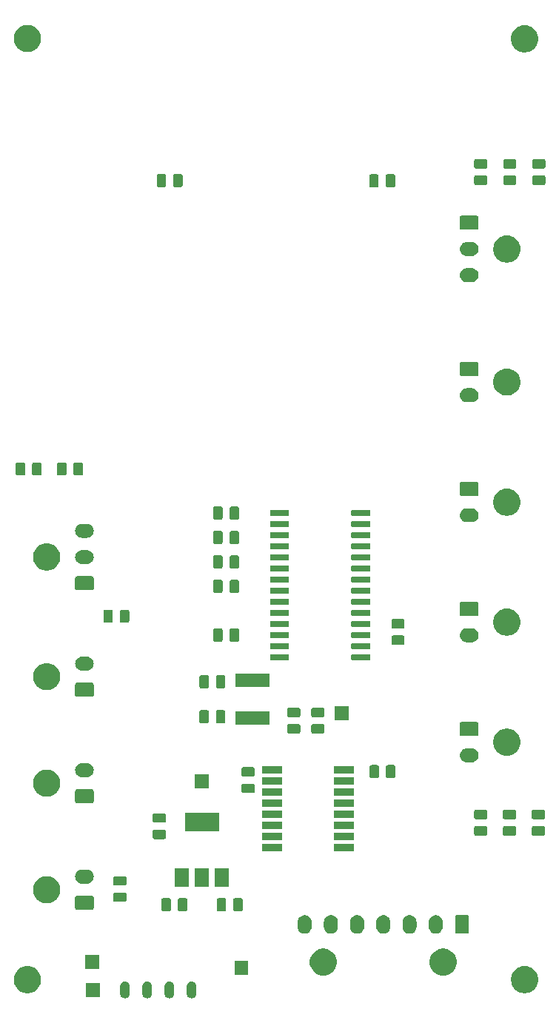
<source format=gbr>
G04 #@! TF.GenerationSoftware,KiCad,Pcbnew,(5.1.5)-3*
G04 #@! TF.CreationDate,2021-01-10T16:49:42-06:00*
G04 #@! TF.ProjectId,Controls-LightingPCB,436f6e74-726f-46c7-932d-4c6967687469,rev?*
G04 #@! TF.SameCoordinates,Original*
G04 #@! TF.FileFunction,Soldermask,Top*
G04 #@! TF.FilePolarity,Negative*
%FSLAX46Y46*%
G04 Gerber Fmt 4.6, Leading zero omitted, Abs format (unit mm)*
G04 Created by KiCad (PCBNEW (5.1.5)-3) date 2021-01-10 16:49:42*
%MOMM*%
%LPD*%
G04 APERTURE LIST*
%ADD10C,0.100000*%
G04 APERTURE END LIST*
D10*
G36*
X143686614Y-159196373D02*
G01*
X143790478Y-159227879D01*
X143834507Y-159251413D01*
X143886199Y-159279043D01*
X143886201Y-159279044D01*
X143886200Y-159279044D01*
X143970101Y-159347899D01*
X144038956Y-159431800D01*
X144090121Y-159527521D01*
X144121627Y-159631385D01*
X144129600Y-159712333D01*
X144129600Y-160566467D01*
X144121627Y-160647415D01*
X144090121Y-160751279D01*
X144090119Y-160751282D01*
X144038957Y-160847000D01*
X143970101Y-160930901D01*
X143886200Y-160999757D01*
X143817655Y-161036395D01*
X143790479Y-161050921D01*
X143686615Y-161082427D01*
X143578600Y-161093066D01*
X143470586Y-161082427D01*
X143366722Y-161050921D01*
X143339546Y-161036395D01*
X143271001Y-160999757D01*
X143187100Y-160930901D01*
X143118244Y-160847000D01*
X143067082Y-160751282D01*
X143067080Y-160751279D01*
X143035573Y-160647415D01*
X143027600Y-160566467D01*
X143027600Y-159712334D01*
X143035573Y-159631386D01*
X143067079Y-159527522D01*
X143118244Y-159431800D01*
X143187099Y-159347899D01*
X143271000Y-159279044D01*
X143270999Y-159279044D01*
X143271001Y-159279043D01*
X143322693Y-159251413D01*
X143366721Y-159227879D01*
X143470585Y-159196373D01*
X143578600Y-159185734D01*
X143686614Y-159196373D01*
G37*
G36*
X146226614Y-159196373D02*
G01*
X146330478Y-159227879D01*
X146374507Y-159251413D01*
X146426199Y-159279043D01*
X146426201Y-159279044D01*
X146426200Y-159279044D01*
X146510101Y-159347899D01*
X146578956Y-159431800D01*
X146630121Y-159527521D01*
X146661627Y-159631385D01*
X146669600Y-159712333D01*
X146669600Y-160566467D01*
X146661627Y-160647415D01*
X146630121Y-160751279D01*
X146630119Y-160751282D01*
X146578957Y-160847000D01*
X146510101Y-160930901D01*
X146426200Y-160999757D01*
X146357655Y-161036395D01*
X146330479Y-161050921D01*
X146226615Y-161082427D01*
X146118600Y-161093066D01*
X146010586Y-161082427D01*
X145906722Y-161050921D01*
X145879546Y-161036395D01*
X145811001Y-160999757D01*
X145727100Y-160930901D01*
X145658244Y-160847000D01*
X145607082Y-160751282D01*
X145607080Y-160751279D01*
X145575573Y-160647415D01*
X145567600Y-160566467D01*
X145567600Y-159712334D01*
X145575573Y-159631386D01*
X145607079Y-159527522D01*
X145658244Y-159431800D01*
X145727099Y-159347899D01*
X145811000Y-159279044D01*
X145810999Y-159279044D01*
X145811001Y-159279043D01*
X145862693Y-159251413D01*
X145906721Y-159227879D01*
X146010585Y-159196373D01*
X146118600Y-159185734D01*
X146226614Y-159196373D01*
G37*
G36*
X138606614Y-159196373D02*
G01*
X138710478Y-159227879D01*
X138754507Y-159251413D01*
X138806199Y-159279043D01*
X138806201Y-159279044D01*
X138806200Y-159279044D01*
X138890101Y-159347899D01*
X138958956Y-159431800D01*
X139010121Y-159527521D01*
X139041627Y-159631385D01*
X139049600Y-159712333D01*
X139049600Y-160566467D01*
X139041627Y-160647415D01*
X139010121Y-160751279D01*
X139010119Y-160751282D01*
X138958957Y-160847000D01*
X138890101Y-160930901D01*
X138806200Y-160999757D01*
X138737655Y-161036395D01*
X138710479Y-161050921D01*
X138606615Y-161082427D01*
X138498600Y-161093066D01*
X138390586Y-161082427D01*
X138286722Y-161050921D01*
X138259546Y-161036395D01*
X138191001Y-160999757D01*
X138107100Y-160930901D01*
X138038244Y-160847000D01*
X137987082Y-160751282D01*
X137987080Y-160751279D01*
X137955573Y-160647415D01*
X137947600Y-160566467D01*
X137947600Y-159712334D01*
X137955573Y-159631386D01*
X137987079Y-159527522D01*
X138038244Y-159431800D01*
X138107099Y-159347899D01*
X138191000Y-159279044D01*
X138190999Y-159279044D01*
X138191001Y-159279043D01*
X138242693Y-159251413D01*
X138286721Y-159227879D01*
X138390585Y-159196373D01*
X138498600Y-159185734D01*
X138606614Y-159196373D01*
G37*
G36*
X141146614Y-159196373D02*
G01*
X141250478Y-159227879D01*
X141294507Y-159251413D01*
X141346199Y-159279043D01*
X141346201Y-159279044D01*
X141346200Y-159279044D01*
X141430101Y-159347899D01*
X141498956Y-159431800D01*
X141550121Y-159527521D01*
X141581627Y-159631385D01*
X141589600Y-159712333D01*
X141589600Y-160566467D01*
X141581627Y-160647415D01*
X141550121Y-160751279D01*
X141550119Y-160751282D01*
X141498957Y-160847000D01*
X141430101Y-160930901D01*
X141346200Y-160999757D01*
X141277655Y-161036395D01*
X141250479Y-161050921D01*
X141146615Y-161082427D01*
X141038600Y-161093066D01*
X140930586Y-161082427D01*
X140826722Y-161050921D01*
X140799546Y-161036395D01*
X140731001Y-160999757D01*
X140647100Y-160930901D01*
X140578244Y-160847000D01*
X140527082Y-160751282D01*
X140527080Y-160751279D01*
X140495573Y-160647415D01*
X140487600Y-160566467D01*
X140487600Y-159712334D01*
X140495573Y-159631386D01*
X140527079Y-159527522D01*
X140578244Y-159431800D01*
X140647099Y-159347899D01*
X140731000Y-159279044D01*
X140730999Y-159279044D01*
X140731001Y-159279043D01*
X140782693Y-159251413D01*
X140826721Y-159227879D01*
X140930585Y-159196373D01*
X141038600Y-159185734D01*
X141146614Y-159196373D01*
G37*
G36*
X135616600Y-160965800D02*
G01*
X134014600Y-160965800D01*
X134014600Y-159363800D01*
X135616600Y-159363800D01*
X135616600Y-160965800D01*
G37*
G36*
X184495785Y-157449802D02*
G01*
X184645610Y-157479604D01*
X184927874Y-157596521D01*
X185181905Y-157766259D01*
X185397941Y-157982295D01*
X185567679Y-158236326D01*
X185659414Y-158457796D01*
X185684596Y-158518591D01*
X185744200Y-158818239D01*
X185744200Y-159123761D01*
X185723489Y-159227881D01*
X185684596Y-159423410D01*
X185567679Y-159705674D01*
X185397941Y-159959705D01*
X185181905Y-160175741D01*
X184927874Y-160345479D01*
X184645610Y-160462396D01*
X184495785Y-160492198D01*
X184345961Y-160522000D01*
X184040439Y-160522000D01*
X183890615Y-160492198D01*
X183740790Y-160462396D01*
X183458526Y-160345479D01*
X183204495Y-160175741D01*
X182988459Y-159959705D01*
X182818721Y-159705674D01*
X182701804Y-159423410D01*
X182662911Y-159227881D01*
X182642200Y-159123761D01*
X182642200Y-158818239D01*
X182701804Y-158518591D01*
X182726986Y-158457796D01*
X182818721Y-158236326D01*
X182988459Y-157982295D01*
X183204495Y-157766259D01*
X183458526Y-157596521D01*
X183740790Y-157479604D01*
X183890615Y-157449802D01*
X184040439Y-157420000D01*
X184345961Y-157420000D01*
X184495785Y-157449802D01*
G37*
G36*
X127625185Y-157449802D02*
G01*
X127775010Y-157479604D01*
X128057274Y-157596521D01*
X128311305Y-157766259D01*
X128527341Y-157982295D01*
X128697079Y-158236326D01*
X128788814Y-158457796D01*
X128813996Y-158518591D01*
X128873600Y-158818239D01*
X128873600Y-159123761D01*
X128852889Y-159227881D01*
X128813996Y-159423410D01*
X128697079Y-159705674D01*
X128527341Y-159959705D01*
X128311305Y-160175741D01*
X128057274Y-160345479D01*
X127775010Y-160462396D01*
X127625185Y-160492198D01*
X127475361Y-160522000D01*
X127169839Y-160522000D01*
X127020015Y-160492198D01*
X126870190Y-160462396D01*
X126587926Y-160345479D01*
X126333895Y-160175741D01*
X126117859Y-159959705D01*
X125948121Y-159705674D01*
X125831204Y-159423410D01*
X125792311Y-159227881D01*
X125771600Y-159123761D01*
X125771600Y-158818239D01*
X125831204Y-158518591D01*
X125856386Y-158457796D01*
X125948121Y-158236326D01*
X126117859Y-157982295D01*
X126333895Y-157766259D01*
X126587926Y-157596521D01*
X126870190Y-157479604D01*
X127020015Y-157449802D01*
X127169839Y-157420000D01*
X127475361Y-157420000D01*
X127625185Y-157449802D01*
G37*
G36*
X161482985Y-155445202D02*
G01*
X161632810Y-155475004D01*
X161915074Y-155591921D01*
X162169105Y-155761659D01*
X162385141Y-155977695D01*
X162554879Y-156231726D01*
X162671796Y-156513990D01*
X162731400Y-156813640D01*
X162731400Y-157119160D01*
X162671796Y-157418810D01*
X162554879Y-157701074D01*
X162385141Y-157955105D01*
X162169105Y-158171141D01*
X161915074Y-158340879D01*
X161632810Y-158457796D01*
X161482985Y-158487598D01*
X161333161Y-158517400D01*
X161027639Y-158517400D01*
X160877815Y-158487598D01*
X160727990Y-158457796D01*
X160445726Y-158340879D01*
X160191695Y-158171141D01*
X159975659Y-157955105D01*
X159805921Y-157701074D01*
X159689004Y-157418810D01*
X159629400Y-157119160D01*
X159629400Y-156813640D01*
X159689004Y-156513990D01*
X159805921Y-156231726D01*
X159975659Y-155977695D01*
X160191695Y-155761659D01*
X160445726Y-155591921D01*
X160727990Y-155475004D01*
X160877815Y-155445202D01*
X161027639Y-155415400D01*
X161333161Y-155415400D01*
X161482985Y-155445202D01*
G37*
G36*
X175182985Y-155445202D02*
G01*
X175332810Y-155475004D01*
X175615074Y-155591921D01*
X175869105Y-155761659D01*
X176085141Y-155977695D01*
X176254879Y-156231726D01*
X176371796Y-156513990D01*
X176431400Y-156813640D01*
X176431400Y-157119160D01*
X176371796Y-157418810D01*
X176254879Y-157701074D01*
X176085141Y-157955105D01*
X175869105Y-158171141D01*
X175615074Y-158340879D01*
X175332810Y-158457796D01*
X175182985Y-158487598D01*
X175033161Y-158517400D01*
X174727639Y-158517400D01*
X174577815Y-158487598D01*
X174427990Y-158457796D01*
X174145726Y-158340879D01*
X173891695Y-158171141D01*
X173675659Y-157955105D01*
X173505921Y-157701074D01*
X173389004Y-157418810D01*
X173329400Y-157119160D01*
X173329400Y-156813640D01*
X173389004Y-156513990D01*
X173505921Y-156231726D01*
X173675659Y-155977695D01*
X173891695Y-155761659D01*
X174145726Y-155591921D01*
X174427990Y-155475004D01*
X174577815Y-155445202D01*
X174727639Y-155415400D01*
X175033161Y-155415400D01*
X175182985Y-155445202D01*
G37*
G36*
X152601000Y-158401000D02*
G01*
X150999000Y-158401000D01*
X150999000Y-156799000D01*
X152601000Y-156799000D01*
X152601000Y-158401000D01*
G37*
G36*
X135565800Y-157714600D02*
G01*
X133963800Y-157714600D01*
X133963800Y-156112600D01*
X135565800Y-156112600D01*
X135565800Y-157714600D01*
G37*
G36*
X174187423Y-151596990D02*
G01*
X174252912Y-151616856D01*
X174338413Y-151642792D01*
X174477565Y-151717171D01*
X174599533Y-151817267D01*
X174699629Y-151939235D01*
X174774008Y-152078387D01*
X174774008Y-152078388D01*
X174819810Y-152229377D01*
X174831400Y-152347055D01*
X174831400Y-152945745D01*
X174819810Y-153063423D01*
X174789275Y-153164082D01*
X174774008Y-153214413D01*
X174699630Y-153353564D01*
X174699629Y-153353565D01*
X174599533Y-153475533D01*
X174497281Y-153559448D01*
X174477564Y-153575629D01*
X174338412Y-153650008D01*
X174288081Y-153665275D01*
X174187422Y-153695810D01*
X174030400Y-153711275D01*
X173873377Y-153695810D01*
X173772718Y-153665275D01*
X173722387Y-153650008D01*
X173583235Y-153575629D01*
X173512518Y-153517593D01*
X173461267Y-153475533D01*
X173361171Y-153353564D01*
X173286793Y-153214413D01*
X173286792Y-153214412D01*
X173271525Y-153164081D01*
X173240990Y-153063422D01*
X173229400Y-152945744D01*
X173229400Y-152347055D01*
X173240990Y-152229377D01*
X173286792Y-152078388D01*
X173286792Y-152078387D01*
X173323982Y-152008812D01*
X173361172Y-151939235D01*
X173461268Y-151817267D01*
X173583236Y-151717171D01*
X173617207Y-151699013D01*
X173722388Y-151642792D01*
X173807889Y-151616856D01*
X173873378Y-151596990D01*
X174030400Y-151581525D01*
X174187423Y-151596990D01*
G37*
G36*
X171187423Y-151596990D02*
G01*
X171252912Y-151616856D01*
X171338413Y-151642792D01*
X171477565Y-151717171D01*
X171599533Y-151817267D01*
X171699629Y-151939235D01*
X171774008Y-152078387D01*
X171774008Y-152078388D01*
X171819810Y-152229377D01*
X171831400Y-152347055D01*
X171831400Y-152945745D01*
X171819810Y-153063423D01*
X171789275Y-153164082D01*
X171774008Y-153214413D01*
X171699630Y-153353564D01*
X171699629Y-153353565D01*
X171599533Y-153475533D01*
X171497281Y-153559448D01*
X171477564Y-153575629D01*
X171338412Y-153650008D01*
X171288081Y-153665275D01*
X171187422Y-153695810D01*
X171030400Y-153711275D01*
X170873377Y-153695810D01*
X170772718Y-153665275D01*
X170722387Y-153650008D01*
X170583235Y-153575629D01*
X170512518Y-153517593D01*
X170461267Y-153475533D01*
X170361171Y-153353564D01*
X170286793Y-153214413D01*
X170286792Y-153214412D01*
X170271525Y-153164081D01*
X170240990Y-153063422D01*
X170229400Y-152945744D01*
X170229400Y-152347055D01*
X170240990Y-152229377D01*
X170286792Y-152078388D01*
X170286792Y-152078387D01*
X170323982Y-152008812D01*
X170361172Y-151939235D01*
X170461268Y-151817267D01*
X170583236Y-151717171D01*
X170617207Y-151699013D01*
X170722388Y-151642792D01*
X170807889Y-151616856D01*
X170873378Y-151596990D01*
X171030400Y-151581525D01*
X171187423Y-151596990D01*
G37*
G36*
X168187423Y-151596990D02*
G01*
X168252912Y-151616856D01*
X168338413Y-151642792D01*
X168477565Y-151717171D01*
X168599533Y-151817267D01*
X168699629Y-151939235D01*
X168774008Y-152078387D01*
X168774008Y-152078388D01*
X168819810Y-152229377D01*
X168831400Y-152347055D01*
X168831400Y-152945745D01*
X168819810Y-153063423D01*
X168789275Y-153164082D01*
X168774008Y-153214413D01*
X168699630Y-153353564D01*
X168699629Y-153353565D01*
X168599533Y-153475533D01*
X168497281Y-153559448D01*
X168477564Y-153575629D01*
X168338412Y-153650008D01*
X168288081Y-153665275D01*
X168187422Y-153695810D01*
X168030400Y-153711275D01*
X167873377Y-153695810D01*
X167772718Y-153665275D01*
X167722387Y-153650008D01*
X167583235Y-153575629D01*
X167512518Y-153517593D01*
X167461267Y-153475533D01*
X167361171Y-153353564D01*
X167286793Y-153214413D01*
X167286792Y-153214412D01*
X167271525Y-153164081D01*
X167240990Y-153063422D01*
X167229400Y-152945744D01*
X167229400Y-152347055D01*
X167240990Y-152229377D01*
X167286792Y-152078388D01*
X167286792Y-152078387D01*
X167323982Y-152008812D01*
X167361172Y-151939235D01*
X167461268Y-151817267D01*
X167583236Y-151717171D01*
X167617207Y-151699013D01*
X167722388Y-151642792D01*
X167807889Y-151616856D01*
X167873378Y-151596990D01*
X168030400Y-151581525D01*
X168187423Y-151596990D01*
G37*
G36*
X165187423Y-151596990D02*
G01*
X165252912Y-151616856D01*
X165338413Y-151642792D01*
X165477565Y-151717171D01*
X165599533Y-151817267D01*
X165699629Y-151939235D01*
X165774008Y-152078387D01*
X165774008Y-152078388D01*
X165819810Y-152229377D01*
X165831400Y-152347055D01*
X165831400Y-152945745D01*
X165819810Y-153063423D01*
X165789275Y-153164082D01*
X165774008Y-153214413D01*
X165699630Y-153353564D01*
X165699629Y-153353565D01*
X165599533Y-153475533D01*
X165497281Y-153559448D01*
X165477564Y-153575629D01*
X165338412Y-153650008D01*
X165288081Y-153665275D01*
X165187422Y-153695810D01*
X165030400Y-153711275D01*
X164873377Y-153695810D01*
X164772718Y-153665275D01*
X164722387Y-153650008D01*
X164583235Y-153575629D01*
X164512518Y-153517593D01*
X164461267Y-153475533D01*
X164361171Y-153353564D01*
X164286793Y-153214413D01*
X164286792Y-153214412D01*
X164271525Y-153164081D01*
X164240990Y-153063422D01*
X164229400Y-152945744D01*
X164229400Y-152347055D01*
X164240990Y-152229377D01*
X164286792Y-152078388D01*
X164286792Y-152078387D01*
X164323982Y-152008812D01*
X164361172Y-151939235D01*
X164461268Y-151817267D01*
X164583236Y-151717171D01*
X164617207Y-151699013D01*
X164722388Y-151642792D01*
X164807889Y-151616856D01*
X164873378Y-151596990D01*
X165030400Y-151581525D01*
X165187423Y-151596990D01*
G37*
G36*
X162187423Y-151596990D02*
G01*
X162252912Y-151616856D01*
X162338413Y-151642792D01*
X162477565Y-151717171D01*
X162599533Y-151817267D01*
X162699629Y-151939235D01*
X162774008Y-152078387D01*
X162774008Y-152078388D01*
X162819810Y-152229377D01*
X162831400Y-152347055D01*
X162831400Y-152945745D01*
X162819810Y-153063423D01*
X162789275Y-153164082D01*
X162774008Y-153214413D01*
X162699630Y-153353564D01*
X162699629Y-153353565D01*
X162599533Y-153475533D01*
X162497281Y-153559448D01*
X162477564Y-153575629D01*
X162338412Y-153650008D01*
X162288081Y-153665275D01*
X162187422Y-153695810D01*
X162030400Y-153711275D01*
X161873377Y-153695810D01*
X161772718Y-153665275D01*
X161722387Y-153650008D01*
X161583235Y-153575629D01*
X161512518Y-153517593D01*
X161461267Y-153475533D01*
X161361171Y-153353564D01*
X161286793Y-153214413D01*
X161286792Y-153214412D01*
X161271525Y-153164081D01*
X161240990Y-153063422D01*
X161229400Y-152945744D01*
X161229400Y-152347055D01*
X161240990Y-152229377D01*
X161286792Y-152078388D01*
X161286792Y-152078387D01*
X161323982Y-152008812D01*
X161361172Y-151939235D01*
X161461268Y-151817267D01*
X161583236Y-151717171D01*
X161617207Y-151699013D01*
X161722388Y-151642792D01*
X161807889Y-151616856D01*
X161873378Y-151596990D01*
X162030400Y-151581525D01*
X162187423Y-151596990D01*
G37*
G36*
X159187423Y-151596990D02*
G01*
X159252912Y-151616856D01*
X159338413Y-151642792D01*
X159477565Y-151717171D01*
X159599533Y-151817267D01*
X159699629Y-151939235D01*
X159774008Y-152078387D01*
X159774008Y-152078388D01*
X159819810Y-152229377D01*
X159831400Y-152347055D01*
X159831400Y-152945745D01*
X159819810Y-153063423D01*
X159789275Y-153164082D01*
X159774008Y-153214413D01*
X159699630Y-153353564D01*
X159699629Y-153353565D01*
X159599533Y-153475533D01*
X159497281Y-153559448D01*
X159477564Y-153575629D01*
X159338412Y-153650008D01*
X159288081Y-153665275D01*
X159187422Y-153695810D01*
X159030400Y-153711275D01*
X158873377Y-153695810D01*
X158772718Y-153665275D01*
X158722387Y-153650008D01*
X158583235Y-153575629D01*
X158512518Y-153517593D01*
X158461267Y-153475533D01*
X158361171Y-153353564D01*
X158286793Y-153214413D01*
X158286792Y-153214412D01*
X158271525Y-153164081D01*
X158240990Y-153063422D01*
X158229400Y-152945744D01*
X158229400Y-152347055D01*
X158240990Y-152229377D01*
X158286792Y-152078388D01*
X158286792Y-152078387D01*
X158323982Y-152008812D01*
X158361172Y-151939235D01*
X158461268Y-151817267D01*
X158583236Y-151717171D01*
X158617207Y-151699013D01*
X158722388Y-151642792D01*
X158807889Y-151616856D01*
X158873378Y-151596990D01*
X159030400Y-151581525D01*
X159187423Y-151596990D01*
G37*
G36*
X177683448Y-151589522D02*
G01*
X177717787Y-151599939D01*
X177749436Y-151616856D01*
X177777178Y-151639622D01*
X177799944Y-151667364D01*
X177816861Y-151699013D01*
X177827278Y-151733352D01*
X177831400Y-151775207D01*
X177831400Y-153517593D01*
X177827278Y-153559448D01*
X177816861Y-153593787D01*
X177799944Y-153625436D01*
X177777178Y-153653178D01*
X177749436Y-153675944D01*
X177717787Y-153692861D01*
X177683448Y-153703278D01*
X177641593Y-153707400D01*
X176419207Y-153707400D01*
X176377352Y-153703278D01*
X176343013Y-153692861D01*
X176311364Y-153675944D01*
X176283622Y-153653178D01*
X176260856Y-153625436D01*
X176243939Y-153593787D01*
X176233522Y-153559448D01*
X176229400Y-153517593D01*
X176229400Y-151775207D01*
X176233522Y-151733352D01*
X176243939Y-151699013D01*
X176260856Y-151667364D01*
X176283622Y-151639622D01*
X176311364Y-151616856D01*
X176343013Y-151599939D01*
X176377352Y-151589522D01*
X176419207Y-151585400D01*
X177641593Y-151585400D01*
X177683448Y-151589522D01*
G37*
G36*
X149896968Y-149653565D02*
G01*
X149935638Y-149665296D01*
X149971277Y-149684346D01*
X150002517Y-149709983D01*
X150028154Y-149741223D01*
X150047204Y-149776862D01*
X150058935Y-149815532D01*
X150063500Y-149861888D01*
X150063500Y-150938112D01*
X150058935Y-150984468D01*
X150047204Y-151023138D01*
X150028154Y-151058777D01*
X150002517Y-151090017D01*
X149971277Y-151115654D01*
X149935638Y-151134704D01*
X149896968Y-151146435D01*
X149850612Y-151151000D01*
X149199388Y-151151000D01*
X149153032Y-151146435D01*
X149114362Y-151134704D01*
X149078723Y-151115654D01*
X149047483Y-151090017D01*
X149021846Y-151058777D01*
X149002796Y-151023138D01*
X148991065Y-150984468D01*
X148986500Y-150938112D01*
X148986500Y-149861888D01*
X148991065Y-149815532D01*
X149002796Y-149776862D01*
X149021846Y-149741223D01*
X149047483Y-149709983D01*
X149078723Y-149684346D01*
X149114362Y-149665296D01*
X149153032Y-149653565D01*
X149199388Y-149649000D01*
X149850612Y-149649000D01*
X149896968Y-149653565D01*
G37*
G36*
X143571968Y-149653565D02*
G01*
X143610638Y-149665296D01*
X143646277Y-149684346D01*
X143677517Y-149709983D01*
X143703154Y-149741223D01*
X143722204Y-149776862D01*
X143733935Y-149815532D01*
X143738500Y-149861888D01*
X143738500Y-150938112D01*
X143733935Y-150984468D01*
X143722204Y-151023138D01*
X143703154Y-151058777D01*
X143677517Y-151090017D01*
X143646277Y-151115654D01*
X143610638Y-151134704D01*
X143571968Y-151146435D01*
X143525612Y-151151000D01*
X142874388Y-151151000D01*
X142828032Y-151146435D01*
X142789362Y-151134704D01*
X142753723Y-151115654D01*
X142722483Y-151090017D01*
X142696846Y-151058777D01*
X142677796Y-151023138D01*
X142666065Y-150984468D01*
X142661500Y-150938112D01*
X142661500Y-149861888D01*
X142666065Y-149815532D01*
X142677796Y-149776862D01*
X142696846Y-149741223D01*
X142722483Y-149709983D01*
X142753723Y-149684346D01*
X142789362Y-149665296D01*
X142828032Y-149653565D01*
X142874388Y-149649000D01*
X143525612Y-149649000D01*
X143571968Y-149653565D01*
G37*
G36*
X145446968Y-149653565D02*
G01*
X145485638Y-149665296D01*
X145521277Y-149684346D01*
X145552517Y-149709983D01*
X145578154Y-149741223D01*
X145597204Y-149776862D01*
X145608935Y-149815532D01*
X145613500Y-149861888D01*
X145613500Y-150938112D01*
X145608935Y-150984468D01*
X145597204Y-151023138D01*
X145578154Y-151058777D01*
X145552517Y-151090017D01*
X145521277Y-151115654D01*
X145485638Y-151134704D01*
X145446968Y-151146435D01*
X145400612Y-151151000D01*
X144749388Y-151151000D01*
X144703032Y-151146435D01*
X144664362Y-151134704D01*
X144628723Y-151115654D01*
X144597483Y-151090017D01*
X144571846Y-151058777D01*
X144552796Y-151023138D01*
X144541065Y-150984468D01*
X144536500Y-150938112D01*
X144536500Y-149861888D01*
X144541065Y-149815532D01*
X144552796Y-149776862D01*
X144571846Y-149741223D01*
X144597483Y-149709983D01*
X144628723Y-149684346D01*
X144664362Y-149665296D01*
X144703032Y-149653565D01*
X144749388Y-149649000D01*
X145400612Y-149649000D01*
X145446968Y-149653565D01*
G37*
G36*
X151771968Y-149653565D02*
G01*
X151810638Y-149665296D01*
X151846277Y-149684346D01*
X151877517Y-149709983D01*
X151903154Y-149741223D01*
X151922204Y-149776862D01*
X151933935Y-149815532D01*
X151938500Y-149861888D01*
X151938500Y-150938112D01*
X151933935Y-150984468D01*
X151922204Y-151023138D01*
X151903154Y-151058777D01*
X151877517Y-151090017D01*
X151846277Y-151115654D01*
X151810638Y-151134704D01*
X151771968Y-151146435D01*
X151725612Y-151151000D01*
X151074388Y-151151000D01*
X151028032Y-151146435D01*
X150989362Y-151134704D01*
X150953723Y-151115654D01*
X150922483Y-151090017D01*
X150896846Y-151058777D01*
X150877796Y-151023138D01*
X150866065Y-150984468D01*
X150861500Y-150938112D01*
X150861500Y-149861888D01*
X150866065Y-149815532D01*
X150877796Y-149776862D01*
X150896846Y-149741223D01*
X150922483Y-149709983D01*
X150953723Y-149684346D01*
X150989362Y-149665296D01*
X151028032Y-149653565D01*
X151074388Y-149649000D01*
X151725612Y-149649000D01*
X151771968Y-149653565D01*
G37*
G36*
X134763448Y-149385722D02*
G01*
X134797787Y-149396139D01*
X134829436Y-149413056D01*
X134857178Y-149435822D01*
X134879944Y-149463564D01*
X134896861Y-149495213D01*
X134907278Y-149529552D01*
X134911400Y-149571407D01*
X134911400Y-150793793D01*
X134907278Y-150835648D01*
X134896861Y-150869987D01*
X134879944Y-150901636D01*
X134857178Y-150929378D01*
X134829436Y-150952144D01*
X134797787Y-150969061D01*
X134763448Y-150979478D01*
X134721593Y-150983600D01*
X132979207Y-150983600D01*
X132937352Y-150979478D01*
X132903013Y-150969061D01*
X132871364Y-150952144D01*
X132843622Y-150929378D01*
X132820856Y-150901636D01*
X132803939Y-150869987D01*
X132793522Y-150835648D01*
X132789400Y-150793793D01*
X132789400Y-149571407D01*
X132793522Y-149529552D01*
X132803939Y-149495213D01*
X132820856Y-149463564D01*
X132843622Y-149435822D01*
X132871364Y-149413056D01*
X132903013Y-149396139D01*
X132937352Y-149385722D01*
X132979207Y-149381600D01*
X134721593Y-149381600D01*
X134763448Y-149385722D01*
G37*
G36*
X129747988Y-147144495D02*
G01*
X129982810Y-147191204D01*
X130265074Y-147308121D01*
X130519105Y-147477859D01*
X130735141Y-147693895D01*
X130904879Y-147947926D01*
X131021796Y-148230190D01*
X131081400Y-148529840D01*
X131081400Y-148835360D01*
X131021796Y-149135010D01*
X130904879Y-149417274D01*
X130735141Y-149671305D01*
X130519105Y-149887341D01*
X130265074Y-150057079D01*
X129982810Y-150173996D01*
X129832985Y-150203798D01*
X129683161Y-150233600D01*
X129377639Y-150233600D01*
X129227815Y-150203798D01*
X129077990Y-150173996D01*
X128795726Y-150057079D01*
X128541695Y-149887341D01*
X128325659Y-149671305D01*
X128155921Y-149417274D01*
X128039004Y-149135010D01*
X127979400Y-148835360D01*
X127979400Y-148529840D01*
X128039004Y-148230190D01*
X128155921Y-147947926D01*
X128325659Y-147693895D01*
X128541695Y-147477859D01*
X128795726Y-147308121D01*
X129077990Y-147191204D01*
X129312812Y-147144495D01*
X129377639Y-147131600D01*
X129683161Y-147131600D01*
X129747988Y-147144495D01*
G37*
G36*
X138484468Y-149003565D02*
G01*
X138523138Y-149015296D01*
X138558777Y-149034346D01*
X138590017Y-149059983D01*
X138615654Y-149091223D01*
X138634704Y-149126862D01*
X138646435Y-149165532D01*
X138651000Y-149211888D01*
X138651000Y-149863112D01*
X138646435Y-149909468D01*
X138634704Y-149948138D01*
X138615654Y-149983777D01*
X138590017Y-150015017D01*
X138558777Y-150040654D01*
X138523138Y-150059704D01*
X138484468Y-150071435D01*
X138438112Y-150076000D01*
X137361888Y-150076000D01*
X137315532Y-150071435D01*
X137276862Y-150059704D01*
X137241223Y-150040654D01*
X137209983Y-150015017D01*
X137184346Y-149983777D01*
X137165296Y-149948138D01*
X137153565Y-149909468D01*
X137149000Y-149863112D01*
X137149000Y-149211888D01*
X137153565Y-149165532D01*
X137165296Y-149126862D01*
X137184346Y-149091223D01*
X137209983Y-149059983D01*
X137241223Y-149034346D01*
X137276862Y-149015296D01*
X137315532Y-149003565D01*
X137361888Y-148999000D01*
X138438112Y-148999000D01*
X138484468Y-149003565D01*
G37*
G36*
X145788000Y-148313000D02*
G01*
X144186000Y-148313000D01*
X144186000Y-146211000D01*
X145788000Y-146211000D01*
X145788000Y-148313000D01*
G37*
G36*
X150388000Y-148313000D02*
G01*
X148786000Y-148313000D01*
X148786000Y-146211000D01*
X150388000Y-146211000D01*
X150388000Y-148313000D01*
G37*
G36*
X148088000Y-148313000D02*
G01*
X146486000Y-148313000D01*
X146486000Y-146211000D01*
X148088000Y-146211000D01*
X148088000Y-148313000D01*
G37*
G36*
X138484468Y-147128565D02*
G01*
X138523138Y-147140296D01*
X138558777Y-147159346D01*
X138590017Y-147184983D01*
X138615654Y-147216223D01*
X138634704Y-147251862D01*
X138646435Y-147290532D01*
X138651000Y-147336888D01*
X138651000Y-147988112D01*
X138646435Y-148034468D01*
X138634704Y-148073138D01*
X138615654Y-148108777D01*
X138590017Y-148140017D01*
X138558777Y-148165654D01*
X138523138Y-148184704D01*
X138484468Y-148196435D01*
X138438112Y-148201000D01*
X137361888Y-148201000D01*
X137315532Y-148196435D01*
X137276862Y-148184704D01*
X137241223Y-148165654D01*
X137209983Y-148140017D01*
X137184346Y-148108777D01*
X137165296Y-148073138D01*
X137153565Y-148034468D01*
X137149000Y-147988112D01*
X137149000Y-147336888D01*
X137153565Y-147290532D01*
X137165296Y-147251862D01*
X137184346Y-147216223D01*
X137209983Y-147184983D01*
X137241223Y-147159346D01*
X137276862Y-147140296D01*
X137315532Y-147128565D01*
X137361888Y-147124000D01*
X138438112Y-147124000D01*
X138484468Y-147128565D01*
G37*
G36*
X134188971Y-146385463D02*
G01*
X134267423Y-146393190D01*
X134368082Y-146423725D01*
X134418413Y-146438992D01*
X134557565Y-146513371D01*
X134679533Y-146613467D01*
X134779629Y-146735435D01*
X134854008Y-146874587D01*
X134854008Y-146874588D01*
X134899810Y-147025577D01*
X134915275Y-147182600D01*
X134899810Y-147339623D01*
X134883542Y-147393250D01*
X134854008Y-147490613D01*
X134779629Y-147629765D01*
X134679533Y-147751733D01*
X134557565Y-147851829D01*
X134418413Y-147926208D01*
X134368082Y-147941475D01*
X134267423Y-147972010D01*
X134188971Y-147979737D01*
X134149746Y-147983600D01*
X133551054Y-147983600D01*
X133511829Y-147979737D01*
X133433377Y-147972010D01*
X133332718Y-147941475D01*
X133282387Y-147926208D01*
X133143235Y-147851829D01*
X133021267Y-147751733D01*
X132921171Y-147629765D01*
X132846792Y-147490613D01*
X132817258Y-147393250D01*
X132800990Y-147339623D01*
X132785525Y-147182600D01*
X132800990Y-147025577D01*
X132846792Y-146874588D01*
X132846792Y-146874587D01*
X132921171Y-146735435D01*
X133021267Y-146613467D01*
X133143235Y-146513371D01*
X133282387Y-146438992D01*
X133332718Y-146423725D01*
X133433377Y-146393190D01*
X133511829Y-146385463D01*
X133551054Y-146381600D01*
X134149746Y-146381600D01*
X134188971Y-146385463D01*
G37*
G36*
X156456500Y-144326000D02*
G01*
X154154500Y-144326000D01*
X154154500Y-143464000D01*
X156456500Y-143464000D01*
X156456500Y-144326000D01*
G37*
G36*
X164711500Y-144326000D02*
G01*
X162409500Y-144326000D01*
X162409500Y-143464000D01*
X164711500Y-143464000D01*
X164711500Y-144326000D01*
G37*
G36*
X164711500Y-143056000D02*
G01*
X162409500Y-143056000D01*
X162409500Y-142194000D01*
X164711500Y-142194000D01*
X164711500Y-143056000D01*
G37*
G36*
X156456500Y-143056000D02*
G01*
X154154500Y-143056000D01*
X154154500Y-142194000D01*
X156456500Y-142194000D01*
X156456500Y-143056000D01*
G37*
G36*
X142994668Y-141820865D02*
G01*
X143033338Y-141832596D01*
X143068977Y-141851646D01*
X143100217Y-141877283D01*
X143125854Y-141908523D01*
X143144904Y-141944162D01*
X143156635Y-141982832D01*
X143161200Y-142029188D01*
X143161200Y-142680412D01*
X143156635Y-142726768D01*
X143144904Y-142765438D01*
X143125854Y-142801077D01*
X143100217Y-142832317D01*
X143068977Y-142857954D01*
X143033338Y-142877004D01*
X142994668Y-142888735D01*
X142948312Y-142893300D01*
X141872088Y-142893300D01*
X141825732Y-142888735D01*
X141787062Y-142877004D01*
X141751423Y-142857954D01*
X141720183Y-142832317D01*
X141694546Y-142801077D01*
X141675496Y-142765438D01*
X141663765Y-142726768D01*
X141659200Y-142680412D01*
X141659200Y-142029188D01*
X141663765Y-141982832D01*
X141675496Y-141944162D01*
X141694546Y-141908523D01*
X141720183Y-141877283D01*
X141751423Y-141851646D01*
X141787062Y-141832596D01*
X141825732Y-141820865D01*
X141872088Y-141816300D01*
X142948312Y-141816300D01*
X142994668Y-141820865D01*
G37*
G36*
X186348518Y-141416765D02*
G01*
X186387188Y-141428496D01*
X186422827Y-141447546D01*
X186454067Y-141473183D01*
X186479704Y-141504423D01*
X186498754Y-141540062D01*
X186510485Y-141578732D01*
X186515050Y-141625088D01*
X186515050Y-142276312D01*
X186510485Y-142322668D01*
X186498754Y-142361338D01*
X186479704Y-142396977D01*
X186454067Y-142428217D01*
X186422827Y-142453854D01*
X186387188Y-142472904D01*
X186348518Y-142484635D01*
X186302162Y-142489200D01*
X185225938Y-142489200D01*
X185179582Y-142484635D01*
X185140912Y-142472904D01*
X185105273Y-142453854D01*
X185074033Y-142428217D01*
X185048396Y-142396977D01*
X185029346Y-142361338D01*
X185017615Y-142322668D01*
X185013050Y-142276312D01*
X185013050Y-141625088D01*
X185017615Y-141578732D01*
X185029346Y-141540062D01*
X185048396Y-141504423D01*
X185074033Y-141473183D01*
X185105273Y-141447546D01*
X185140912Y-141428496D01*
X185179582Y-141416765D01*
X185225938Y-141412200D01*
X186302162Y-141412200D01*
X186348518Y-141416765D01*
G37*
G36*
X179748468Y-141416765D02*
G01*
X179787138Y-141428496D01*
X179822777Y-141447546D01*
X179854017Y-141473183D01*
X179879654Y-141504423D01*
X179898704Y-141540062D01*
X179910435Y-141578732D01*
X179915000Y-141625088D01*
X179915000Y-142276312D01*
X179910435Y-142322668D01*
X179898704Y-142361338D01*
X179879654Y-142396977D01*
X179854017Y-142428217D01*
X179822777Y-142453854D01*
X179787138Y-142472904D01*
X179748468Y-142484635D01*
X179702112Y-142489200D01*
X178625888Y-142489200D01*
X178579532Y-142484635D01*
X178540862Y-142472904D01*
X178505223Y-142453854D01*
X178473983Y-142428217D01*
X178448346Y-142396977D01*
X178429296Y-142361338D01*
X178417565Y-142322668D01*
X178413000Y-142276312D01*
X178413000Y-141625088D01*
X178417565Y-141578732D01*
X178429296Y-141540062D01*
X178448346Y-141504423D01*
X178473983Y-141473183D01*
X178505223Y-141447546D01*
X178540862Y-141428496D01*
X178579532Y-141416765D01*
X178625888Y-141412200D01*
X179702112Y-141412200D01*
X179748468Y-141416765D01*
G37*
G36*
X183048493Y-141416765D02*
G01*
X183087163Y-141428496D01*
X183122802Y-141447546D01*
X183154042Y-141473183D01*
X183179679Y-141504423D01*
X183198729Y-141540062D01*
X183210460Y-141578732D01*
X183215025Y-141625088D01*
X183215025Y-142276312D01*
X183210460Y-142322668D01*
X183198729Y-142361338D01*
X183179679Y-142396977D01*
X183154042Y-142428217D01*
X183122802Y-142453854D01*
X183087163Y-142472904D01*
X183048493Y-142484635D01*
X183002137Y-142489200D01*
X181925913Y-142489200D01*
X181879557Y-142484635D01*
X181840887Y-142472904D01*
X181805248Y-142453854D01*
X181774008Y-142428217D01*
X181748371Y-142396977D01*
X181729321Y-142361338D01*
X181717590Y-142322668D01*
X181713025Y-142276312D01*
X181713025Y-141625088D01*
X181717590Y-141578732D01*
X181729321Y-141540062D01*
X181748371Y-141504423D01*
X181774008Y-141473183D01*
X181805248Y-141447546D01*
X181840887Y-141428496D01*
X181879557Y-141416765D01*
X181925913Y-141412200D01*
X183002137Y-141412200D01*
X183048493Y-141416765D01*
G37*
G36*
X149238000Y-142013000D02*
G01*
X145336000Y-142013000D01*
X145336000Y-139911000D01*
X149238000Y-139911000D01*
X149238000Y-142013000D01*
G37*
G36*
X156456500Y-141786000D02*
G01*
X154154500Y-141786000D01*
X154154500Y-140924000D01*
X156456500Y-140924000D01*
X156456500Y-141786000D01*
G37*
G36*
X164711500Y-141786000D02*
G01*
X162409500Y-141786000D01*
X162409500Y-140924000D01*
X164711500Y-140924000D01*
X164711500Y-141786000D01*
G37*
G36*
X142994668Y-139945865D02*
G01*
X143033338Y-139957596D01*
X143068977Y-139976646D01*
X143100217Y-140002283D01*
X143125854Y-140033523D01*
X143144904Y-140069162D01*
X143156635Y-140107832D01*
X143161200Y-140154188D01*
X143161200Y-140805412D01*
X143156635Y-140851768D01*
X143144904Y-140890438D01*
X143125854Y-140926077D01*
X143100217Y-140957317D01*
X143068977Y-140982954D01*
X143033338Y-141002004D01*
X142994668Y-141013735D01*
X142948312Y-141018300D01*
X141872088Y-141018300D01*
X141825732Y-141013735D01*
X141787062Y-141002004D01*
X141751423Y-140982954D01*
X141720183Y-140957317D01*
X141694546Y-140926077D01*
X141675496Y-140890438D01*
X141663765Y-140851768D01*
X141659200Y-140805412D01*
X141659200Y-140154188D01*
X141663765Y-140107832D01*
X141675496Y-140069162D01*
X141694546Y-140033523D01*
X141720183Y-140002283D01*
X141751423Y-139976646D01*
X141787062Y-139957596D01*
X141825732Y-139945865D01*
X141872088Y-139941300D01*
X142948312Y-139941300D01*
X142994668Y-139945865D01*
G37*
G36*
X186348518Y-139541765D02*
G01*
X186387188Y-139553496D01*
X186422827Y-139572546D01*
X186454067Y-139598183D01*
X186479704Y-139629423D01*
X186498754Y-139665062D01*
X186510485Y-139703732D01*
X186515050Y-139750088D01*
X186515050Y-140401312D01*
X186510485Y-140447668D01*
X186498754Y-140486338D01*
X186479704Y-140521977D01*
X186454067Y-140553217D01*
X186422827Y-140578854D01*
X186387188Y-140597904D01*
X186348518Y-140609635D01*
X186302162Y-140614200D01*
X185225938Y-140614200D01*
X185179582Y-140609635D01*
X185140912Y-140597904D01*
X185105273Y-140578854D01*
X185074033Y-140553217D01*
X185048396Y-140521977D01*
X185029346Y-140486338D01*
X185017615Y-140447668D01*
X185013050Y-140401312D01*
X185013050Y-139750088D01*
X185017615Y-139703732D01*
X185029346Y-139665062D01*
X185048396Y-139629423D01*
X185074033Y-139598183D01*
X185105273Y-139572546D01*
X185140912Y-139553496D01*
X185179582Y-139541765D01*
X185225938Y-139537200D01*
X186302162Y-139537200D01*
X186348518Y-139541765D01*
G37*
G36*
X179748468Y-139541765D02*
G01*
X179787138Y-139553496D01*
X179822777Y-139572546D01*
X179854017Y-139598183D01*
X179879654Y-139629423D01*
X179898704Y-139665062D01*
X179910435Y-139703732D01*
X179915000Y-139750088D01*
X179915000Y-140401312D01*
X179910435Y-140447668D01*
X179898704Y-140486338D01*
X179879654Y-140521977D01*
X179854017Y-140553217D01*
X179822777Y-140578854D01*
X179787138Y-140597904D01*
X179748468Y-140609635D01*
X179702112Y-140614200D01*
X178625888Y-140614200D01*
X178579532Y-140609635D01*
X178540862Y-140597904D01*
X178505223Y-140578854D01*
X178473983Y-140553217D01*
X178448346Y-140521977D01*
X178429296Y-140486338D01*
X178417565Y-140447668D01*
X178413000Y-140401312D01*
X178413000Y-139750088D01*
X178417565Y-139703732D01*
X178429296Y-139665062D01*
X178448346Y-139629423D01*
X178473983Y-139598183D01*
X178505223Y-139572546D01*
X178540862Y-139553496D01*
X178579532Y-139541765D01*
X178625888Y-139537200D01*
X179702112Y-139537200D01*
X179748468Y-139541765D01*
G37*
G36*
X183048493Y-139541765D02*
G01*
X183087163Y-139553496D01*
X183122802Y-139572546D01*
X183154042Y-139598183D01*
X183179679Y-139629423D01*
X183198729Y-139665062D01*
X183210460Y-139703732D01*
X183215025Y-139750088D01*
X183215025Y-140401312D01*
X183210460Y-140447668D01*
X183198729Y-140486338D01*
X183179679Y-140521977D01*
X183154042Y-140553217D01*
X183122802Y-140578854D01*
X183087163Y-140597904D01*
X183048493Y-140609635D01*
X183002137Y-140614200D01*
X181925913Y-140614200D01*
X181879557Y-140609635D01*
X181840887Y-140597904D01*
X181805248Y-140578854D01*
X181774008Y-140553217D01*
X181748371Y-140521977D01*
X181729321Y-140486338D01*
X181717590Y-140447668D01*
X181713025Y-140401312D01*
X181713025Y-139750088D01*
X181717590Y-139703732D01*
X181729321Y-139665062D01*
X181748371Y-139629423D01*
X181774008Y-139598183D01*
X181805248Y-139572546D01*
X181840887Y-139553496D01*
X181879557Y-139541765D01*
X181925913Y-139537200D01*
X183002137Y-139537200D01*
X183048493Y-139541765D01*
G37*
G36*
X156456500Y-140516000D02*
G01*
X154154500Y-140516000D01*
X154154500Y-139654000D01*
X156456500Y-139654000D01*
X156456500Y-140516000D01*
G37*
G36*
X164711500Y-140516000D02*
G01*
X162409500Y-140516000D01*
X162409500Y-139654000D01*
X164711500Y-139654000D01*
X164711500Y-140516000D01*
G37*
G36*
X164711500Y-139246000D02*
G01*
X162409500Y-139246000D01*
X162409500Y-138384000D01*
X164711500Y-138384000D01*
X164711500Y-139246000D01*
G37*
G36*
X156456500Y-139246000D02*
G01*
X154154500Y-139246000D01*
X154154500Y-138384000D01*
X156456500Y-138384000D01*
X156456500Y-139246000D01*
G37*
G36*
X134763448Y-137202188D02*
G01*
X134797787Y-137212605D01*
X134829436Y-137229522D01*
X134857178Y-137252288D01*
X134879944Y-137280030D01*
X134896861Y-137311679D01*
X134907278Y-137346018D01*
X134911400Y-137387873D01*
X134911400Y-138610259D01*
X134907278Y-138652114D01*
X134896861Y-138686453D01*
X134879944Y-138718102D01*
X134857178Y-138745844D01*
X134829436Y-138768610D01*
X134797787Y-138785527D01*
X134763448Y-138795944D01*
X134721593Y-138800066D01*
X132979207Y-138800066D01*
X132937352Y-138795944D01*
X132903013Y-138785527D01*
X132871364Y-138768610D01*
X132843622Y-138745844D01*
X132820856Y-138718102D01*
X132803939Y-138686453D01*
X132793522Y-138652114D01*
X132789400Y-138610259D01*
X132789400Y-137387873D01*
X132793522Y-137346018D01*
X132803939Y-137311679D01*
X132820856Y-137280030D01*
X132843622Y-137252288D01*
X132871364Y-137229522D01*
X132903013Y-137212605D01*
X132937352Y-137202188D01*
X132979207Y-137198066D01*
X134721593Y-137198066D01*
X134763448Y-137202188D01*
G37*
G36*
X129832985Y-134977868D02*
G01*
X129982810Y-135007670D01*
X130265074Y-135124587D01*
X130519105Y-135294325D01*
X130735141Y-135510361D01*
X130904879Y-135764392D01*
X131021796Y-136046656D01*
X131081400Y-136346306D01*
X131081400Y-136651826D01*
X131021796Y-136951476D01*
X130904879Y-137233740D01*
X130735141Y-137487771D01*
X130519105Y-137703807D01*
X130265074Y-137873545D01*
X129982810Y-137990462D01*
X129832985Y-138020264D01*
X129683161Y-138050066D01*
X129377639Y-138050066D01*
X129227815Y-138020264D01*
X129077990Y-137990462D01*
X128795726Y-137873545D01*
X128541695Y-137703807D01*
X128325659Y-137487771D01*
X128155921Y-137233740D01*
X128039004Y-136951476D01*
X127979400Y-136651826D01*
X127979400Y-136346306D01*
X128039004Y-136046656D01*
X128155921Y-135764392D01*
X128325659Y-135510361D01*
X128541695Y-135294325D01*
X128795726Y-135124587D01*
X129077990Y-135007670D01*
X129227815Y-134977868D01*
X129377639Y-134948066D01*
X129683161Y-134948066D01*
X129832985Y-134977868D01*
G37*
G36*
X156456500Y-137976000D02*
G01*
X154154500Y-137976000D01*
X154154500Y-137114000D01*
X156456500Y-137114000D01*
X156456500Y-137976000D01*
G37*
G36*
X164711500Y-137976000D02*
G01*
X162409500Y-137976000D01*
X162409500Y-137114000D01*
X164711500Y-137114000D01*
X164711500Y-137976000D01*
G37*
G36*
X153159468Y-136551565D02*
G01*
X153198138Y-136563296D01*
X153233777Y-136582346D01*
X153265017Y-136607983D01*
X153290654Y-136639223D01*
X153309704Y-136674862D01*
X153321435Y-136713532D01*
X153326000Y-136759888D01*
X153326000Y-137411112D01*
X153321435Y-137457468D01*
X153309704Y-137496138D01*
X153290654Y-137531777D01*
X153265017Y-137563017D01*
X153233777Y-137588654D01*
X153198138Y-137607704D01*
X153159468Y-137619435D01*
X153113112Y-137624000D01*
X152036888Y-137624000D01*
X151990532Y-137619435D01*
X151951862Y-137607704D01*
X151916223Y-137588654D01*
X151884983Y-137563017D01*
X151859346Y-137531777D01*
X151840296Y-137496138D01*
X151828565Y-137457468D01*
X151824000Y-137411112D01*
X151824000Y-136759888D01*
X151828565Y-136713532D01*
X151840296Y-136674862D01*
X151859346Y-136639223D01*
X151884983Y-136607983D01*
X151916223Y-136582346D01*
X151951862Y-136563296D01*
X151990532Y-136551565D01*
X152036888Y-136547000D01*
X153113112Y-136547000D01*
X153159468Y-136551565D01*
G37*
G36*
X148101000Y-137101000D02*
G01*
X146499000Y-137101000D01*
X146499000Y-135499000D01*
X148101000Y-135499000D01*
X148101000Y-137101000D01*
G37*
G36*
X156456500Y-136706000D02*
G01*
X154154500Y-136706000D01*
X154154500Y-135844000D01*
X156456500Y-135844000D01*
X156456500Y-136706000D01*
G37*
G36*
X164711500Y-136706000D02*
G01*
X162409500Y-136706000D01*
X162409500Y-135844000D01*
X164711500Y-135844000D01*
X164711500Y-136706000D01*
G37*
G36*
X169246668Y-134424765D02*
G01*
X169285338Y-134436496D01*
X169320977Y-134455546D01*
X169352217Y-134481183D01*
X169377854Y-134512423D01*
X169396904Y-134548062D01*
X169408635Y-134586732D01*
X169413200Y-134633088D01*
X169413200Y-135709312D01*
X169408635Y-135755668D01*
X169396904Y-135794338D01*
X169377854Y-135829977D01*
X169352217Y-135861217D01*
X169320977Y-135886854D01*
X169285338Y-135905904D01*
X169246668Y-135917635D01*
X169200312Y-135922200D01*
X168549088Y-135922200D01*
X168502732Y-135917635D01*
X168464062Y-135905904D01*
X168428423Y-135886854D01*
X168397183Y-135861217D01*
X168371546Y-135829977D01*
X168352496Y-135794338D01*
X168340765Y-135755668D01*
X168336200Y-135709312D01*
X168336200Y-134633088D01*
X168340765Y-134586732D01*
X168352496Y-134548062D01*
X168371546Y-134512423D01*
X168397183Y-134481183D01*
X168428423Y-134455546D01*
X168464062Y-134436496D01*
X168502732Y-134424765D01*
X168549088Y-134420200D01*
X169200312Y-134420200D01*
X169246668Y-134424765D01*
G37*
G36*
X167371668Y-134424765D02*
G01*
X167410338Y-134436496D01*
X167445977Y-134455546D01*
X167477217Y-134481183D01*
X167502854Y-134512423D01*
X167521904Y-134548062D01*
X167533635Y-134586732D01*
X167538200Y-134633088D01*
X167538200Y-135709312D01*
X167533635Y-135755668D01*
X167521904Y-135794338D01*
X167502854Y-135829977D01*
X167477217Y-135861217D01*
X167445977Y-135886854D01*
X167410338Y-135905904D01*
X167371668Y-135917635D01*
X167325312Y-135922200D01*
X166674088Y-135922200D01*
X166627732Y-135917635D01*
X166589062Y-135905904D01*
X166553423Y-135886854D01*
X166522183Y-135861217D01*
X166496546Y-135829977D01*
X166477496Y-135794338D01*
X166465765Y-135755668D01*
X166461200Y-135709312D01*
X166461200Y-134633088D01*
X166465765Y-134586732D01*
X166477496Y-134548062D01*
X166496546Y-134512423D01*
X166522183Y-134481183D01*
X166553423Y-134455546D01*
X166589062Y-134436496D01*
X166627732Y-134424765D01*
X166674088Y-134420200D01*
X167325312Y-134420200D01*
X167371668Y-134424765D01*
G37*
G36*
X134188971Y-134201929D02*
G01*
X134267423Y-134209656D01*
X134368082Y-134240191D01*
X134418413Y-134255458D01*
X134557565Y-134329837D01*
X134679533Y-134429933D01*
X134779629Y-134551901D01*
X134854008Y-134691053D01*
X134854008Y-134691054D01*
X134899810Y-134842043D01*
X134915275Y-134999066D01*
X134899810Y-135156089D01*
X134869275Y-135256748D01*
X134854008Y-135307079D01*
X134779629Y-135446231D01*
X134679533Y-135568199D01*
X134557565Y-135668295D01*
X134418413Y-135742674D01*
X134375577Y-135755668D01*
X134267423Y-135788476D01*
X134188971Y-135796203D01*
X134149746Y-135800066D01*
X133551054Y-135800066D01*
X133511829Y-135796203D01*
X133433377Y-135788476D01*
X133325223Y-135755668D01*
X133282387Y-135742674D01*
X133143235Y-135668295D01*
X133021267Y-135568199D01*
X132921171Y-135446231D01*
X132846792Y-135307079D01*
X132831525Y-135256748D01*
X132800990Y-135156089D01*
X132785525Y-134999066D01*
X132800990Y-134842043D01*
X132846792Y-134691054D01*
X132846792Y-134691053D01*
X132921171Y-134551901D01*
X133021267Y-134429933D01*
X133143235Y-134329837D01*
X133282387Y-134255458D01*
X133332718Y-134240191D01*
X133433377Y-134209656D01*
X133511829Y-134201929D01*
X133551054Y-134198066D01*
X134149746Y-134198066D01*
X134188971Y-134201929D01*
G37*
G36*
X153159468Y-134676565D02*
G01*
X153198138Y-134688296D01*
X153233777Y-134707346D01*
X153265017Y-134732983D01*
X153290654Y-134764223D01*
X153309704Y-134799862D01*
X153321435Y-134838532D01*
X153326000Y-134884888D01*
X153326000Y-135536112D01*
X153321435Y-135582468D01*
X153309704Y-135621138D01*
X153290654Y-135656777D01*
X153265017Y-135688017D01*
X153233777Y-135713654D01*
X153198138Y-135732704D01*
X153159468Y-135744435D01*
X153113112Y-135749000D01*
X152036888Y-135749000D01*
X151990532Y-135744435D01*
X151951862Y-135732704D01*
X151916223Y-135713654D01*
X151884983Y-135688017D01*
X151859346Y-135656777D01*
X151840296Y-135621138D01*
X151828565Y-135582468D01*
X151824000Y-135536112D01*
X151824000Y-134884888D01*
X151828565Y-134838532D01*
X151840296Y-134799862D01*
X151859346Y-134764223D01*
X151884983Y-134732983D01*
X151916223Y-134707346D01*
X151951862Y-134688296D01*
X151990532Y-134676565D01*
X152036888Y-134672000D01*
X153113112Y-134672000D01*
X153159468Y-134676565D01*
G37*
G36*
X164711500Y-135436000D02*
G01*
X162409500Y-135436000D01*
X162409500Y-134574000D01*
X164711500Y-134574000D01*
X164711500Y-135436000D01*
G37*
G36*
X156456500Y-135436000D02*
G01*
X154154500Y-135436000D01*
X154154500Y-134574000D01*
X156456500Y-134574000D01*
X156456500Y-135436000D01*
G37*
G36*
X178186571Y-132508863D02*
G01*
X178265023Y-132516590D01*
X178344417Y-132540674D01*
X178416013Y-132562392D01*
X178555165Y-132636771D01*
X178677133Y-132736867D01*
X178777229Y-132858835D01*
X178851608Y-132997987D01*
X178855477Y-133010741D01*
X178897410Y-133148977D01*
X178912875Y-133306000D01*
X178897410Y-133463023D01*
X178866875Y-133563682D01*
X178851608Y-133614013D01*
X178777229Y-133753165D01*
X178677133Y-133875133D01*
X178555165Y-133975229D01*
X178416013Y-134049608D01*
X178365682Y-134064875D01*
X178265023Y-134095410D01*
X178186571Y-134103137D01*
X178147346Y-134107000D01*
X177548654Y-134107000D01*
X177509429Y-134103137D01*
X177430977Y-134095410D01*
X177330318Y-134064875D01*
X177279987Y-134049608D01*
X177140835Y-133975229D01*
X177018867Y-133875133D01*
X176918771Y-133753165D01*
X176844392Y-133614013D01*
X176829125Y-133563682D01*
X176798590Y-133463023D01*
X176783125Y-133306000D01*
X176798590Y-133148977D01*
X176840523Y-133010741D01*
X176844392Y-132997987D01*
X176918771Y-132858835D01*
X177018867Y-132736867D01*
X177140835Y-132636771D01*
X177279987Y-132562392D01*
X177351583Y-132540674D01*
X177430977Y-132516590D01*
X177509429Y-132508863D01*
X177548654Y-132505000D01*
X178147346Y-132505000D01*
X178186571Y-132508863D01*
G37*
G36*
X182470585Y-130284802D02*
G01*
X182620410Y-130314604D01*
X182902674Y-130431521D01*
X183156705Y-130601259D01*
X183372741Y-130817295D01*
X183542479Y-131071326D01*
X183659396Y-131353590D01*
X183719000Y-131653240D01*
X183719000Y-131958760D01*
X183659396Y-132258410D01*
X183542479Y-132540674D01*
X183372741Y-132794705D01*
X183156705Y-133010741D01*
X182902674Y-133180479D01*
X182620410Y-133297396D01*
X182470585Y-133327198D01*
X182320761Y-133357000D01*
X182015239Y-133357000D01*
X181865415Y-133327198D01*
X181715590Y-133297396D01*
X181433326Y-133180479D01*
X181179295Y-133010741D01*
X180963259Y-132794705D01*
X180793521Y-132540674D01*
X180676604Y-132258410D01*
X180617000Y-131958760D01*
X180617000Y-131653240D01*
X180676604Y-131353590D01*
X180793521Y-131071326D01*
X180963259Y-130817295D01*
X181179295Y-130601259D01*
X181433326Y-130431521D01*
X181715590Y-130314604D01*
X181865415Y-130284802D01*
X182015239Y-130255000D01*
X182320761Y-130255000D01*
X182470585Y-130284802D01*
G37*
G36*
X178761048Y-129509122D02*
G01*
X178795387Y-129519539D01*
X178827036Y-129536456D01*
X178854778Y-129559222D01*
X178877544Y-129586964D01*
X178894461Y-129618613D01*
X178904878Y-129652952D01*
X178909000Y-129694807D01*
X178909000Y-130917193D01*
X178904878Y-130959048D01*
X178894461Y-130993387D01*
X178877544Y-131025036D01*
X178854778Y-131052778D01*
X178827036Y-131075544D01*
X178795387Y-131092461D01*
X178761048Y-131102878D01*
X178719193Y-131107000D01*
X176976807Y-131107000D01*
X176934952Y-131102878D01*
X176900613Y-131092461D01*
X176868964Y-131075544D01*
X176841222Y-131052778D01*
X176818456Y-131025036D01*
X176801539Y-130993387D01*
X176791122Y-130959048D01*
X176787000Y-130917193D01*
X176787000Y-129694807D01*
X176791122Y-129652952D01*
X176801539Y-129618613D01*
X176818456Y-129586964D01*
X176841222Y-129559222D01*
X176868964Y-129536456D01*
X176900613Y-129519539D01*
X176934952Y-129509122D01*
X176976807Y-129505000D01*
X178719193Y-129505000D01*
X178761048Y-129509122D01*
G37*
G36*
X161127928Y-129750265D02*
G01*
X161166598Y-129761996D01*
X161202237Y-129781046D01*
X161233477Y-129806683D01*
X161259114Y-129837923D01*
X161278164Y-129873562D01*
X161289895Y-129912232D01*
X161294460Y-129958588D01*
X161294460Y-130609812D01*
X161289895Y-130656168D01*
X161278164Y-130694838D01*
X161259114Y-130730477D01*
X161233477Y-130761717D01*
X161202237Y-130787354D01*
X161166598Y-130806404D01*
X161127928Y-130818135D01*
X161081572Y-130822700D01*
X160005348Y-130822700D01*
X159958992Y-130818135D01*
X159920322Y-130806404D01*
X159884683Y-130787354D01*
X159853443Y-130761717D01*
X159827806Y-130730477D01*
X159808756Y-130694838D01*
X159797025Y-130656168D01*
X159792460Y-130609812D01*
X159792460Y-129958588D01*
X159797025Y-129912232D01*
X159808756Y-129873562D01*
X159827806Y-129837923D01*
X159853443Y-129806683D01*
X159884683Y-129781046D01*
X159920322Y-129761996D01*
X159958992Y-129750265D01*
X160005348Y-129745700D01*
X161081572Y-129745700D01*
X161127928Y-129750265D01*
G37*
G36*
X158377928Y-129750265D02*
G01*
X158416598Y-129761996D01*
X158452237Y-129781046D01*
X158483477Y-129806683D01*
X158509114Y-129837923D01*
X158528164Y-129873562D01*
X158539895Y-129912232D01*
X158544460Y-129958588D01*
X158544460Y-130609812D01*
X158539895Y-130656168D01*
X158528164Y-130694838D01*
X158509114Y-130730477D01*
X158483477Y-130761717D01*
X158452237Y-130787354D01*
X158416598Y-130806404D01*
X158377928Y-130818135D01*
X158331572Y-130822700D01*
X157255348Y-130822700D01*
X157208992Y-130818135D01*
X157170322Y-130806404D01*
X157134683Y-130787354D01*
X157103443Y-130761717D01*
X157077806Y-130730477D01*
X157058756Y-130694838D01*
X157047025Y-130656168D01*
X157042460Y-130609812D01*
X157042460Y-129958588D01*
X157047025Y-129912232D01*
X157058756Y-129873562D01*
X157077806Y-129837923D01*
X157103443Y-129806683D01*
X157134683Y-129781046D01*
X157170322Y-129761996D01*
X157208992Y-129750265D01*
X157255348Y-129745700D01*
X158331572Y-129745700D01*
X158377928Y-129750265D01*
G37*
G36*
X151463755Y-128272023D02*
G01*
X151470769Y-128274151D01*
X151484537Y-128281510D01*
X151507176Y-128290887D01*
X151531209Y-128295667D01*
X151555713Y-128295667D01*
X151579746Y-128290886D01*
X151602383Y-128281510D01*
X151616151Y-128274151D01*
X151623165Y-128272023D01*
X151636600Y-128270700D01*
X151950320Y-128270700D01*
X151963755Y-128272023D01*
X151970769Y-128274151D01*
X151984537Y-128281510D01*
X152007176Y-128290887D01*
X152031209Y-128295667D01*
X152055713Y-128295667D01*
X152079746Y-128290886D01*
X152102383Y-128281510D01*
X152116151Y-128274151D01*
X152123165Y-128272023D01*
X152136600Y-128270700D01*
X152450320Y-128270700D01*
X152463755Y-128272023D01*
X152470769Y-128274151D01*
X152484537Y-128281510D01*
X152507176Y-128290887D01*
X152531209Y-128295667D01*
X152555713Y-128295667D01*
X152579746Y-128290886D01*
X152602383Y-128281510D01*
X152616151Y-128274151D01*
X152623165Y-128272023D01*
X152636600Y-128270700D01*
X152950320Y-128270700D01*
X152963755Y-128272023D01*
X152970769Y-128274151D01*
X152984537Y-128281510D01*
X153007176Y-128290887D01*
X153031209Y-128295667D01*
X153055713Y-128295667D01*
X153079746Y-128290886D01*
X153102383Y-128281510D01*
X153116151Y-128274151D01*
X153123165Y-128272023D01*
X153136600Y-128270700D01*
X153450320Y-128270700D01*
X153463755Y-128272023D01*
X153470769Y-128274151D01*
X153484537Y-128281510D01*
X153507176Y-128290887D01*
X153531209Y-128295667D01*
X153555713Y-128295667D01*
X153579746Y-128290886D01*
X153602383Y-128281510D01*
X153616151Y-128274151D01*
X153623165Y-128272023D01*
X153636600Y-128270700D01*
X153950320Y-128270700D01*
X153963755Y-128272023D01*
X153970769Y-128274151D01*
X153984537Y-128281510D01*
X154007176Y-128290887D01*
X154031209Y-128295667D01*
X154055713Y-128295667D01*
X154079746Y-128290886D01*
X154102383Y-128281510D01*
X154116151Y-128274151D01*
X154123165Y-128272023D01*
X154136600Y-128270700D01*
X154450320Y-128270700D01*
X154463755Y-128272023D01*
X154470769Y-128274151D01*
X154484537Y-128281510D01*
X154507176Y-128290887D01*
X154531209Y-128295667D01*
X154555713Y-128295667D01*
X154579746Y-128290886D01*
X154602383Y-128281510D01*
X154616151Y-128274151D01*
X154623165Y-128272023D01*
X154636600Y-128270700D01*
X154950320Y-128270700D01*
X154963755Y-128272023D01*
X154970770Y-128274151D01*
X154977236Y-128277608D01*
X154982902Y-128282258D01*
X154987552Y-128287924D01*
X154991009Y-128294390D01*
X154993137Y-128301405D01*
X154994460Y-128314840D01*
X154994460Y-129778560D01*
X154993137Y-129791995D01*
X154991009Y-129799010D01*
X154987552Y-129805476D01*
X154982902Y-129811142D01*
X154977236Y-129815792D01*
X154970770Y-129819249D01*
X154963755Y-129821377D01*
X154950320Y-129822700D01*
X154636600Y-129822700D01*
X154623165Y-129821377D01*
X154616151Y-129819249D01*
X154602383Y-129811890D01*
X154579744Y-129802513D01*
X154555711Y-129797733D01*
X154531207Y-129797733D01*
X154507174Y-129802514D01*
X154484537Y-129811890D01*
X154470769Y-129819249D01*
X154463755Y-129821377D01*
X154450320Y-129822700D01*
X154136600Y-129822700D01*
X154123165Y-129821377D01*
X154116151Y-129819249D01*
X154102383Y-129811890D01*
X154079744Y-129802513D01*
X154055711Y-129797733D01*
X154031207Y-129797733D01*
X154007174Y-129802514D01*
X153984537Y-129811890D01*
X153970769Y-129819249D01*
X153963755Y-129821377D01*
X153950320Y-129822700D01*
X153636600Y-129822700D01*
X153623165Y-129821377D01*
X153616151Y-129819249D01*
X153602383Y-129811890D01*
X153579744Y-129802513D01*
X153555711Y-129797733D01*
X153531207Y-129797733D01*
X153507174Y-129802514D01*
X153484537Y-129811890D01*
X153470769Y-129819249D01*
X153463755Y-129821377D01*
X153450320Y-129822700D01*
X153136600Y-129822700D01*
X153123165Y-129821377D01*
X153116151Y-129819249D01*
X153102383Y-129811890D01*
X153079744Y-129802513D01*
X153055711Y-129797733D01*
X153031207Y-129797733D01*
X153007174Y-129802514D01*
X152984537Y-129811890D01*
X152970769Y-129819249D01*
X152963755Y-129821377D01*
X152950320Y-129822700D01*
X152636600Y-129822700D01*
X152623165Y-129821377D01*
X152616151Y-129819249D01*
X152602383Y-129811890D01*
X152579744Y-129802513D01*
X152555711Y-129797733D01*
X152531207Y-129797733D01*
X152507174Y-129802514D01*
X152484537Y-129811890D01*
X152470769Y-129819249D01*
X152463755Y-129821377D01*
X152450320Y-129822700D01*
X152136600Y-129822700D01*
X152123165Y-129821377D01*
X152116151Y-129819249D01*
X152102383Y-129811890D01*
X152079744Y-129802513D01*
X152055711Y-129797733D01*
X152031207Y-129797733D01*
X152007174Y-129802514D01*
X151984537Y-129811890D01*
X151970769Y-129819249D01*
X151963755Y-129821377D01*
X151950320Y-129822700D01*
X151636600Y-129822700D01*
X151623165Y-129821377D01*
X151616151Y-129819249D01*
X151602383Y-129811890D01*
X151579744Y-129802513D01*
X151555711Y-129797733D01*
X151531207Y-129797733D01*
X151507174Y-129802514D01*
X151484537Y-129811890D01*
X151470769Y-129819249D01*
X151463755Y-129821377D01*
X151450320Y-129822700D01*
X151136600Y-129822700D01*
X151123165Y-129821377D01*
X151116150Y-129819249D01*
X151109684Y-129815792D01*
X151104018Y-129811142D01*
X151099368Y-129805476D01*
X151095911Y-129799010D01*
X151093783Y-129791995D01*
X151092460Y-129778560D01*
X151092460Y-128314840D01*
X151093783Y-128301405D01*
X151095911Y-128294390D01*
X151099368Y-128287924D01*
X151104018Y-128282258D01*
X151109684Y-128277608D01*
X151116150Y-128274151D01*
X151123165Y-128272023D01*
X151136600Y-128270700D01*
X151450320Y-128270700D01*
X151463755Y-128272023D01*
G37*
G36*
X147915428Y-128150265D02*
G01*
X147954098Y-128161996D01*
X147989737Y-128181046D01*
X148020977Y-128206683D01*
X148046614Y-128237923D01*
X148065664Y-128273562D01*
X148077395Y-128312232D01*
X148081960Y-128358588D01*
X148081960Y-129434812D01*
X148077395Y-129481168D01*
X148065664Y-129519838D01*
X148046614Y-129555477D01*
X148020977Y-129586717D01*
X147989737Y-129612354D01*
X147954098Y-129631404D01*
X147915428Y-129643135D01*
X147869072Y-129647700D01*
X147217848Y-129647700D01*
X147171492Y-129643135D01*
X147132822Y-129631404D01*
X147097183Y-129612354D01*
X147065943Y-129586717D01*
X147040306Y-129555477D01*
X147021256Y-129519838D01*
X147009525Y-129481168D01*
X147004960Y-129434812D01*
X147004960Y-128358588D01*
X147009525Y-128312232D01*
X147021256Y-128273562D01*
X147040306Y-128237923D01*
X147065943Y-128206683D01*
X147097183Y-128181046D01*
X147132822Y-128161996D01*
X147171492Y-128150265D01*
X147217848Y-128145700D01*
X147869072Y-128145700D01*
X147915428Y-128150265D01*
G37*
G36*
X149790428Y-128150265D02*
G01*
X149829098Y-128161996D01*
X149864737Y-128181046D01*
X149895977Y-128206683D01*
X149921614Y-128237923D01*
X149940664Y-128273562D01*
X149952395Y-128312232D01*
X149956960Y-128358588D01*
X149956960Y-129434812D01*
X149952395Y-129481168D01*
X149940664Y-129519838D01*
X149921614Y-129555477D01*
X149895977Y-129586717D01*
X149864737Y-129612354D01*
X149829098Y-129631404D01*
X149790428Y-129643135D01*
X149744072Y-129647700D01*
X149092848Y-129647700D01*
X149046492Y-129643135D01*
X149007822Y-129631404D01*
X148972183Y-129612354D01*
X148940943Y-129586717D01*
X148915306Y-129555477D01*
X148896256Y-129519838D01*
X148884525Y-129481168D01*
X148879960Y-129434812D01*
X148879960Y-128358588D01*
X148884525Y-128312232D01*
X148896256Y-128273562D01*
X148915306Y-128237923D01*
X148940943Y-128206683D01*
X148972183Y-128181046D01*
X149007822Y-128161996D01*
X149046492Y-128150265D01*
X149092848Y-128145700D01*
X149744072Y-128145700D01*
X149790428Y-128150265D01*
G37*
G36*
X164044000Y-129329000D02*
G01*
X162442000Y-129329000D01*
X162442000Y-127727000D01*
X164044000Y-127727000D01*
X164044000Y-129329000D01*
G37*
G36*
X161127928Y-127875265D02*
G01*
X161166598Y-127886996D01*
X161202237Y-127906046D01*
X161233477Y-127931683D01*
X161259114Y-127962923D01*
X161278164Y-127998562D01*
X161289895Y-128037232D01*
X161294460Y-128083588D01*
X161294460Y-128734812D01*
X161289895Y-128781168D01*
X161278164Y-128819838D01*
X161259114Y-128855477D01*
X161233477Y-128886717D01*
X161202237Y-128912354D01*
X161166598Y-128931404D01*
X161127928Y-128943135D01*
X161081572Y-128947700D01*
X160005348Y-128947700D01*
X159958992Y-128943135D01*
X159920322Y-128931404D01*
X159884683Y-128912354D01*
X159853443Y-128886717D01*
X159827806Y-128855477D01*
X159808756Y-128819838D01*
X159797025Y-128781168D01*
X159792460Y-128734812D01*
X159792460Y-128083588D01*
X159797025Y-128037232D01*
X159808756Y-127998562D01*
X159827806Y-127962923D01*
X159853443Y-127931683D01*
X159884683Y-127906046D01*
X159920322Y-127886996D01*
X159958992Y-127875265D01*
X160005348Y-127870700D01*
X161081572Y-127870700D01*
X161127928Y-127875265D01*
G37*
G36*
X158377928Y-127875265D02*
G01*
X158416598Y-127886996D01*
X158452237Y-127906046D01*
X158483477Y-127931683D01*
X158509114Y-127962923D01*
X158528164Y-127998562D01*
X158539895Y-128037232D01*
X158544460Y-128083588D01*
X158544460Y-128734812D01*
X158539895Y-128781168D01*
X158528164Y-128819838D01*
X158509114Y-128855477D01*
X158483477Y-128886717D01*
X158452237Y-128912354D01*
X158416598Y-128931404D01*
X158377928Y-128943135D01*
X158331572Y-128947700D01*
X157255348Y-128947700D01*
X157208992Y-128943135D01*
X157170322Y-128931404D01*
X157134683Y-128912354D01*
X157103443Y-128886717D01*
X157077806Y-128855477D01*
X157058756Y-128819838D01*
X157047025Y-128781168D01*
X157042460Y-128734812D01*
X157042460Y-128083588D01*
X157047025Y-128037232D01*
X157058756Y-127998562D01*
X157077806Y-127962923D01*
X157103443Y-127931683D01*
X157134683Y-127906046D01*
X157170322Y-127886996D01*
X157208992Y-127875265D01*
X157255348Y-127870700D01*
X158331572Y-127870700D01*
X158377928Y-127875265D01*
G37*
G36*
X134763448Y-125018655D02*
G01*
X134797787Y-125029072D01*
X134829436Y-125045989D01*
X134857178Y-125068755D01*
X134879944Y-125096497D01*
X134896861Y-125128146D01*
X134907278Y-125162485D01*
X134911400Y-125204340D01*
X134911400Y-126426726D01*
X134907278Y-126468581D01*
X134896861Y-126502920D01*
X134879944Y-126534569D01*
X134857178Y-126562311D01*
X134829436Y-126585077D01*
X134797787Y-126601994D01*
X134763448Y-126612411D01*
X134721593Y-126616533D01*
X132979207Y-126616533D01*
X132937352Y-126612411D01*
X132903013Y-126601994D01*
X132871364Y-126585077D01*
X132843622Y-126562311D01*
X132820856Y-126534569D01*
X132803939Y-126502920D01*
X132793522Y-126468581D01*
X132789400Y-126426726D01*
X132789400Y-125204340D01*
X132793522Y-125162485D01*
X132803939Y-125128146D01*
X132820856Y-125096497D01*
X132843622Y-125068755D01*
X132871364Y-125045989D01*
X132903013Y-125029072D01*
X132937352Y-125018655D01*
X132979207Y-125014533D01*
X134721593Y-125014533D01*
X134763448Y-125018655D01*
G37*
G36*
X129832985Y-122794335D02*
G01*
X129982810Y-122824137D01*
X130265074Y-122941054D01*
X130519105Y-123110792D01*
X130735141Y-123326828D01*
X130904879Y-123580859D01*
X131021796Y-123863123D01*
X131043578Y-123972631D01*
X131081246Y-124161996D01*
X131081400Y-124162773D01*
X131081400Y-124468293D01*
X131021796Y-124767943D01*
X130904879Y-125050207D01*
X130735141Y-125304238D01*
X130519105Y-125520274D01*
X130265074Y-125690012D01*
X129982810Y-125806929D01*
X129832985Y-125836731D01*
X129683161Y-125866533D01*
X129377639Y-125866533D01*
X129227815Y-125836731D01*
X129077990Y-125806929D01*
X128795726Y-125690012D01*
X128541695Y-125520274D01*
X128325659Y-125304238D01*
X128155921Y-125050207D01*
X128039004Y-124767943D01*
X127979400Y-124468293D01*
X127979400Y-124162773D01*
X127979555Y-124161996D01*
X128017222Y-123972631D01*
X128039004Y-123863123D01*
X128155921Y-123580859D01*
X128325659Y-123326828D01*
X128541695Y-123110792D01*
X128795726Y-122941054D01*
X129077990Y-122824137D01*
X129227815Y-122794335D01*
X129377639Y-122764533D01*
X129683161Y-122764533D01*
X129832985Y-122794335D01*
G37*
G36*
X149790428Y-124150265D02*
G01*
X149829098Y-124161996D01*
X149864737Y-124181046D01*
X149895977Y-124206683D01*
X149921614Y-124237923D01*
X149940664Y-124273562D01*
X149952395Y-124312232D01*
X149956960Y-124358588D01*
X149956960Y-125434812D01*
X149952395Y-125481168D01*
X149940664Y-125519838D01*
X149921614Y-125555477D01*
X149895977Y-125586717D01*
X149864737Y-125612354D01*
X149829098Y-125631404D01*
X149790428Y-125643135D01*
X149744072Y-125647700D01*
X149092848Y-125647700D01*
X149046492Y-125643135D01*
X149007822Y-125631404D01*
X148972183Y-125612354D01*
X148940943Y-125586717D01*
X148915306Y-125555477D01*
X148896256Y-125519838D01*
X148884525Y-125481168D01*
X148879960Y-125434812D01*
X148879960Y-124358588D01*
X148884525Y-124312232D01*
X148896256Y-124273562D01*
X148915306Y-124237923D01*
X148940943Y-124206683D01*
X148972183Y-124181046D01*
X149007822Y-124161996D01*
X149046492Y-124150265D01*
X149092848Y-124145700D01*
X149744072Y-124145700D01*
X149790428Y-124150265D01*
G37*
G36*
X147915428Y-124150265D02*
G01*
X147954098Y-124161996D01*
X147989737Y-124181046D01*
X148020977Y-124206683D01*
X148046614Y-124237923D01*
X148065664Y-124273562D01*
X148077395Y-124312232D01*
X148081960Y-124358588D01*
X148081960Y-125434812D01*
X148077395Y-125481168D01*
X148065664Y-125519838D01*
X148046614Y-125555477D01*
X148020977Y-125586717D01*
X147989737Y-125612354D01*
X147954098Y-125631404D01*
X147915428Y-125643135D01*
X147869072Y-125647700D01*
X147217848Y-125647700D01*
X147171492Y-125643135D01*
X147132822Y-125631404D01*
X147097183Y-125612354D01*
X147065943Y-125586717D01*
X147040306Y-125555477D01*
X147021256Y-125519838D01*
X147009525Y-125481168D01*
X147004960Y-125434812D01*
X147004960Y-124358588D01*
X147009525Y-124312232D01*
X147021256Y-124273562D01*
X147040306Y-124237923D01*
X147065943Y-124206683D01*
X147097183Y-124181046D01*
X147132822Y-124161996D01*
X147171492Y-124150265D01*
X147217848Y-124145700D01*
X147869072Y-124145700D01*
X147915428Y-124150265D01*
G37*
G36*
X151463755Y-123972023D02*
G01*
X151470769Y-123974151D01*
X151484537Y-123981510D01*
X151507176Y-123990887D01*
X151531209Y-123995667D01*
X151555713Y-123995667D01*
X151579746Y-123990886D01*
X151602383Y-123981510D01*
X151616151Y-123974151D01*
X151623165Y-123972023D01*
X151636600Y-123970700D01*
X151950320Y-123970700D01*
X151963755Y-123972023D01*
X151970769Y-123974151D01*
X151984537Y-123981510D01*
X152007176Y-123990887D01*
X152031209Y-123995667D01*
X152055713Y-123995667D01*
X152079746Y-123990886D01*
X152102383Y-123981510D01*
X152116151Y-123974151D01*
X152123165Y-123972023D01*
X152136600Y-123970700D01*
X152450320Y-123970700D01*
X152463755Y-123972023D01*
X152470769Y-123974151D01*
X152484537Y-123981510D01*
X152507176Y-123990887D01*
X152531209Y-123995667D01*
X152555713Y-123995667D01*
X152579746Y-123990886D01*
X152602383Y-123981510D01*
X152616151Y-123974151D01*
X152623165Y-123972023D01*
X152636600Y-123970700D01*
X152950320Y-123970700D01*
X152963755Y-123972023D01*
X152970769Y-123974151D01*
X152984537Y-123981510D01*
X153007176Y-123990887D01*
X153031209Y-123995667D01*
X153055713Y-123995667D01*
X153079746Y-123990886D01*
X153102383Y-123981510D01*
X153116151Y-123974151D01*
X153123165Y-123972023D01*
X153136600Y-123970700D01*
X153450320Y-123970700D01*
X153463755Y-123972023D01*
X153470769Y-123974151D01*
X153484537Y-123981510D01*
X153507176Y-123990887D01*
X153531209Y-123995667D01*
X153555713Y-123995667D01*
X153579746Y-123990886D01*
X153602383Y-123981510D01*
X153616151Y-123974151D01*
X153623165Y-123972023D01*
X153636600Y-123970700D01*
X153950320Y-123970700D01*
X153963755Y-123972023D01*
X153970769Y-123974151D01*
X153984537Y-123981510D01*
X154007176Y-123990887D01*
X154031209Y-123995667D01*
X154055713Y-123995667D01*
X154079746Y-123990886D01*
X154102383Y-123981510D01*
X154116151Y-123974151D01*
X154123165Y-123972023D01*
X154136600Y-123970700D01*
X154450320Y-123970700D01*
X154463755Y-123972023D01*
X154470769Y-123974151D01*
X154484537Y-123981510D01*
X154507176Y-123990887D01*
X154531209Y-123995667D01*
X154555713Y-123995667D01*
X154579746Y-123990886D01*
X154602383Y-123981510D01*
X154616151Y-123974151D01*
X154623165Y-123972023D01*
X154636600Y-123970700D01*
X154950320Y-123970700D01*
X154963755Y-123972023D01*
X154970770Y-123974151D01*
X154977236Y-123977608D01*
X154982902Y-123982258D01*
X154987552Y-123987924D01*
X154991009Y-123994390D01*
X154993137Y-124001405D01*
X154994460Y-124014840D01*
X154994460Y-125478560D01*
X154993137Y-125491995D01*
X154991009Y-125499010D01*
X154987552Y-125505476D01*
X154982902Y-125511142D01*
X154977236Y-125515792D01*
X154970770Y-125519249D01*
X154963755Y-125521377D01*
X154950320Y-125522700D01*
X154636600Y-125522700D01*
X154623165Y-125521377D01*
X154616151Y-125519249D01*
X154602383Y-125511890D01*
X154579744Y-125502513D01*
X154555711Y-125497733D01*
X154531207Y-125497733D01*
X154507174Y-125502514D01*
X154484537Y-125511890D01*
X154470769Y-125519249D01*
X154463755Y-125521377D01*
X154450320Y-125522700D01*
X154136600Y-125522700D01*
X154123165Y-125521377D01*
X154116151Y-125519249D01*
X154102383Y-125511890D01*
X154079744Y-125502513D01*
X154055711Y-125497733D01*
X154031207Y-125497733D01*
X154007174Y-125502514D01*
X153984537Y-125511890D01*
X153970769Y-125519249D01*
X153963755Y-125521377D01*
X153950320Y-125522700D01*
X153636600Y-125522700D01*
X153623165Y-125521377D01*
X153616151Y-125519249D01*
X153602383Y-125511890D01*
X153579744Y-125502513D01*
X153555711Y-125497733D01*
X153531207Y-125497733D01*
X153507174Y-125502514D01*
X153484537Y-125511890D01*
X153470769Y-125519249D01*
X153463755Y-125521377D01*
X153450320Y-125522700D01*
X153136600Y-125522700D01*
X153123165Y-125521377D01*
X153116151Y-125519249D01*
X153102383Y-125511890D01*
X153079744Y-125502513D01*
X153055711Y-125497733D01*
X153031207Y-125497733D01*
X153007174Y-125502514D01*
X152984537Y-125511890D01*
X152970769Y-125519249D01*
X152963755Y-125521377D01*
X152950320Y-125522700D01*
X152636600Y-125522700D01*
X152623165Y-125521377D01*
X152616151Y-125519249D01*
X152602383Y-125511890D01*
X152579744Y-125502513D01*
X152555711Y-125497733D01*
X152531207Y-125497733D01*
X152507174Y-125502514D01*
X152484537Y-125511890D01*
X152470769Y-125519249D01*
X152463755Y-125521377D01*
X152450320Y-125522700D01*
X152136600Y-125522700D01*
X152123165Y-125521377D01*
X152116151Y-125519249D01*
X152102383Y-125511890D01*
X152079744Y-125502513D01*
X152055711Y-125497733D01*
X152031207Y-125497733D01*
X152007174Y-125502514D01*
X151984537Y-125511890D01*
X151970769Y-125519249D01*
X151963755Y-125521377D01*
X151950320Y-125522700D01*
X151636600Y-125522700D01*
X151623165Y-125521377D01*
X151616151Y-125519249D01*
X151602383Y-125511890D01*
X151579744Y-125502513D01*
X151555711Y-125497733D01*
X151531207Y-125497733D01*
X151507174Y-125502514D01*
X151484537Y-125511890D01*
X151470769Y-125519249D01*
X151463755Y-125521377D01*
X151450320Y-125522700D01*
X151136600Y-125522700D01*
X151123165Y-125521377D01*
X151116150Y-125519249D01*
X151109684Y-125515792D01*
X151104018Y-125511142D01*
X151099368Y-125505476D01*
X151095911Y-125499010D01*
X151093783Y-125491995D01*
X151092460Y-125478560D01*
X151092460Y-124014840D01*
X151093783Y-124001405D01*
X151095911Y-123994390D01*
X151099368Y-123987924D01*
X151104018Y-123982258D01*
X151109684Y-123977608D01*
X151116150Y-123974151D01*
X151123165Y-123972023D01*
X151136600Y-123970700D01*
X151450320Y-123970700D01*
X151463755Y-123972023D01*
G37*
G36*
X134188971Y-122018396D02*
G01*
X134267423Y-122026123D01*
X134368082Y-122056658D01*
X134418413Y-122071925D01*
X134557565Y-122146304D01*
X134679533Y-122246400D01*
X134779629Y-122368368D01*
X134854008Y-122507520D01*
X134854008Y-122507521D01*
X134899810Y-122658510D01*
X134915275Y-122815533D01*
X134899810Y-122972556D01*
X134869275Y-123073215D01*
X134854008Y-123123546D01*
X134779629Y-123262698D01*
X134679533Y-123384666D01*
X134557565Y-123484762D01*
X134418413Y-123559141D01*
X134368082Y-123574408D01*
X134267423Y-123604943D01*
X134188971Y-123612670D01*
X134149746Y-123616533D01*
X133551054Y-123616533D01*
X133511829Y-123612670D01*
X133433377Y-123604943D01*
X133332718Y-123574408D01*
X133282387Y-123559141D01*
X133143235Y-123484762D01*
X133021267Y-123384666D01*
X132921171Y-123262698D01*
X132846792Y-123123546D01*
X132831525Y-123073215D01*
X132800990Y-122972556D01*
X132785525Y-122815533D01*
X132800990Y-122658510D01*
X132846792Y-122507521D01*
X132846792Y-122507520D01*
X132921171Y-122368368D01*
X133021267Y-122246400D01*
X133143235Y-122146304D01*
X133282387Y-122071925D01*
X133332718Y-122056658D01*
X133433377Y-122026123D01*
X133511829Y-122018396D01*
X133551054Y-122014533D01*
X134149746Y-122014533D01*
X134188971Y-122018396D01*
G37*
G36*
X166428388Y-121753464D02*
G01*
X166449469Y-121759860D01*
X166468905Y-121770248D01*
X166485936Y-121784224D01*
X166499912Y-121801255D01*
X166510300Y-121820691D01*
X166516696Y-121841772D01*
X166519460Y-121869840D01*
X166519460Y-122333560D01*
X166516696Y-122361628D01*
X166510300Y-122382709D01*
X166499912Y-122402145D01*
X166485936Y-122419176D01*
X166468905Y-122433152D01*
X166449469Y-122443540D01*
X166428388Y-122449936D01*
X166400320Y-122452700D01*
X164486600Y-122452700D01*
X164458532Y-122449936D01*
X164437451Y-122443540D01*
X164418015Y-122433152D01*
X164400984Y-122419176D01*
X164387008Y-122402145D01*
X164376620Y-122382709D01*
X164370224Y-122361628D01*
X164367460Y-122333560D01*
X164367460Y-121869840D01*
X164370224Y-121841772D01*
X164376620Y-121820691D01*
X164387008Y-121801255D01*
X164400984Y-121784224D01*
X164418015Y-121770248D01*
X164437451Y-121759860D01*
X164458532Y-121753464D01*
X164486600Y-121750700D01*
X166400320Y-121750700D01*
X166428388Y-121753464D01*
G37*
G36*
X157128388Y-121753464D02*
G01*
X157149469Y-121759860D01*
X157168905Y-121770248D01*
X157185936Y-121784224D01*
X157199912Y-121801255D01*
X157210300Y-121820691D01*
X157216696Y-121841772D01*
X157219460Y-121869840D01*
X157219460Y-122333560D01*
X157216696Y-122361628D01*
X157210300Y-122382709D01*
X157199912Y-122402145D01*
X157185936Y-122419176D01*
X157168905Y-122433152D01*
X157149469Y-122443540D01*
X157128388Y-122449936D01*
X157100320Y-122452700D01*
X155186600Y-122452700D01*
X155158532Y-122449936D01*
X155137451Y-122443540D01*
X155118015Y-122433152D01*
X155100984Y-122419176D01*
X155087008Y-122402145D01*
X155076620Y-122382709D01*
X155070224Y-122361628D01*
X155067460Y-122333560D01*
X155067460Y-121869840D01*
X155070224Y-121841772D01*
X155076620Y-121820691D01*
X155087008Y-121801255D01*
X155100984Y-121784224D01*
X155118015Y-121770248D01*
X155137451Y-121759860D01*
X155158532Y-121753464D01*
X155186600Y-121750700D01*
X157100320Y-121750700D01*
X157128388Y-121753464D01*
G37*
G36*
X166428388Y-120483464D02*
G01*
X166449469Y-120489860D01*
X166468905Y-120500248D01*
X166485936Y-120514224D01*
X166499912Y-120531255D01*
X166510300Y-120550691D01*
X166516696Y-120571772D01*
X166519460Y-120599840D01*
X166519460Y-121063560D01*
X166516696Y-121091628D01*
X166510300Y-121112709D01*
X166499912Y-121132145D01*
X166485936Y-121149176D01*
X166468905Y-121163152D01*
X166449469Y-121173540D01*
X166428388Y-121179936D01*
X166400320Y-121182700D01*
X164486600Y-121182700D01*
X164458532Y-121179936D01*
X164437451Y-121173540D01*
X164418015Y-121163152D01*
X164400984Y-121149176D01*
X164387008Y-121132145D01*
X164376620Y-121112709D01*
X164370224Y-121091628D01*
X164367460Y-121063560D01*
X164367460Y-120599840D01*
X164370224Y-120571772D01*
X164376620Y-120550691D01*
X164387008Y-120531255D01*
X164400984Y-120514224D01*
X164418015Y-120500248D01*
X164437451Y-120489860D01*
X164458532Y-120483464D01*
X164486600Y-120480700D01*
X166400320Y-120480700D01*
X166428388Y-120483464D01*
G37*
G36*
X157128388Y-120483464D02*
G01*
X157149469Y-120489860D01*
X157168905Y-120500248D01*
X157185936Y-120514224D01*
X157199912Y-120531255D01*
X157210300Y-120550691D01*
X157216696Y-120571772D01*
X157219460Y-120599840D01*
X157219460Y-121063560D01*
X157216696Y-121091628D01*
X157210300Y-121112709D01*
X157199912Y-121132145D01*
X157185936Y-121149176D01*
X157168905Y-121163152D01*
X157149469Y-121173540D01*
X157128388Y-121179936D01*
X157100320Y-121182700D01*
X155186600Y-121182700D01*
X155158532Y-121179936D01*
X155137451Y-121173540D01*
X155118015Y-121163152D01*
X155100984Y-121149176D01*
X155087008Y-121132145D01*
X155076620Y-121112709D01*
X155070224Y-121091628D01*
X155067460Y-121063560D01*
X155067460Y-120599840D01*
X155070224Y-120571772D01*
X155076620Y-120550691D01*
X155087008Y-120531255D01*
X155100984Y-120514224D01*
X155118015Y-120500248D01*
X155137451Y-120489860D01*
X155158532Y-120483464D01*
X155186600Y-120480700D01*
X157100320Y-120480700D01*
X157128388Y-120483464D01*
G37*
G36*
X170284468Y-119603565D02*
G01*
X170323138Y-119615296D01*
X170358777Y-119634346D01*
X170390017Y-119659983D01*
X170415654Y-119691223D01*
X170434704Y-119726862D01*
X170446435Y-119765532D01*
X170451000Y-119811888D01*
X170451000Y-120463112D01*
X170446435Y-120509468D01*
X170434704Y-120548138D01*
X170415654Y-120583777D01*
X170390017Y-120615017D01*
X170358777Y-120640654D01*
X170323138Y-120659704D01*
X170284468Y-120671435D01*
X170238112Y-120676000D01*
X169161888Y-120676000D01*
X169115532Y-120671435D01*
X169076862Y-120659704D01*
X169041223Y-120640654D01*
X169009983Y-120615017D01*
X168984346Y-120583777D01*
X168965296Y-120548138D01*
X168953565Y-120509468D01*
X168949000Y-120463112D01*
X168949000Y-119811888D01*
X168953565Y-119765532D01*
X168965296Y-119726862D01*
X168984346Y-119691223D01*
X169009983Y-119659983D01*
X169041223Y-119634346D01*
X169076862Y-119615296D01*
X169115532Y-119603565D01*
X169161888Y-119599000D01*
X170238112Y-119599000D01*
X170284468Y-119603565D01*
G37*
G36*
X178182933Y-118780505D02*
G01*
X178265023Y-118788590D01*
X178344417Y-118812674D01*
X178416013Y-118834392D01*
X178555165Y-118908771D01*
X178677133Y-119008867D01*
X178777229Y-119130835D01*
X178851608Y-119269987D01*
X178861250Y-119301772D01*
X178897410Y-119420977D01*
X178912875Y-119578000D01*
X178897410Y-119735023D01*
X178874093Y-119811888D01*
X178851608Y-119886013D01*
X178777229Y-120025165D01*
X178677133Y-120147133D01*
X178555165Y-120247229D01*
X178416013Y-120321608D01*
X178365682Y-120336875D01*
X178265023Y-120367410D01*
X178186571Y-120375137D01*
X178147346Y-120379000D01*
X177548654Y-120379000D01*
X177509429Y-120375137D01*
X177430977Y-120367410D01*
X177330318Y-120336875D01*
X177279987Y-120321608D01*
X177140835Y-120247229D01*
X177018867Y-120147133D01*
X176918771Y-120025165D01*
X176844392Y-119886013D01*
X176821907Y-119811888D01*
X176798590Y-119735023D01*
X176783125Y-119578000D01*
X176798590Y-119420977D01*
X176834750Y-119301772D01*
X176844392Y-119269987D01*
X176918771Y-119130835D01*
X177018867Y-119008867D01*
X177140835Y-118908771D01*
X177279987Y-118834392D01*
X177351583Y-118812674D01*
X177430977Y-118788590D01*
X177513067Y-118780505D01*
X177548654Y-118777000D01*
X178147346Y-118777000D01*
X178182933Y-118780505D01*
G37*
G36*
X151365068Y-118803765D02*
G01*
X151403738Y-118815496D01*
X151439377Y-118834546D01*
X151470617Y-118860183D01*
X151496254Y-118891423D01*
X151515304Y-118927062D01*
X151527035Y-118965732D01*
X151531600Y-119012088D01*
X151531600Y-120088312D01*
X151527035Y-120134668D01*
X151515304Y-120173338D01*
X151496254Y-120208977D01*
X151470617Y-120240217D01*
X151439377Y-120265854D01*
X151403738Y-120284904D01*
X151365068Y-120296635D01*
X151318712Y-120301200D01*
X150667488Y-120301200D01*
X150621132Y-120296635D01*
X150582462Y-120284904D01*
X150546823Y-120265854D01*
X150515583Y-120240217D01*
X150489946Y-120208977D01*
X150470896Y-120173338D01*
X150459165Y-120134668D01*
X150454600Y-120088312D01*
X150454600Y-119012088D01*
X150459165Y-118965732D01*
X150470896Y-118927062D01*
X150489946Y-118891423D01*
X150515583Y-118860183D01*
X150546823Y-118834546D01*
X150582462Y-118815496D01*
X150621132Y-118803765D01*
X150667488Y-118799200D01*
X151318712Y-118799200D01*
X151365068Y-118803765D01*
G37*
G36*
X149490068Y-118803765D02*
G01*
X149528738Y-118815496D01*
X149564377Y-118834546D01*
X149595617Y-118860183D01*
X149621254Y-118891423D01*
X149640304Y-118927062D01*
X149652035Y-118965732D01*
X149656600Y-119012088D01*
X149656600Y-120088312D01*
X149652035Y-120134668D01*
X149640304Y-120173338D01*
X149621254Y-120208977D01*
X149595617Y-120240217D01*
X149564377Y-120265854D01*
X149528738Y-120284904D01*
X149490068Y-120296635D01*
X149443712Y-120301200D01*
X148792488Y-120301200D01*
X148746132Y-120296635D01*
X148707462Y-120284904D01*
X148671823Y-120265854D01*
X148640583Y-120240217D01*
X148614946Y-120208977D01*
X148595896Y-120173338D01*
X148584165Y-120134668D01*
X148579600Y-120088312D01*
X148579600Y-119012088D01*
X148584165Y-118965732D01*
X148595896Y-118927062D01*
X148614946Y-118891423D01*
X148640583Y-118860183D01*
X148671823Y-118834546D01*
X148707462Y-118815496D01*
X148746132Y-118803765D01*
X148792488Y-118799200D01*
X149443712Y-118799200D01*
X149490068Y-118803765D01*
G37*
G36*
X157128388Y-119213464D02*
G01*
X157149469Y-119219860D01*
X157168905Y-119230248D01*
X157185936Y-119244224D01*
X157199912Y-119261255D01*
X157210300Y-119280691D01*
X157216696Y-119301772D01*
X157219460Y-119329840D01*
X157219460Y-119793560D01*
X157216696Y-119821628D01*
X157210300Y-119842709D01*
X157199912Y-119862145D01*
X157185936Y-119879176D01*
X157168905Y-119893152D01*
X157149469Y-119903540D01*
X157128388Y-119909936D01*
X157100320Y-119912700D01*
X155186600Y-119912700D01*
X155158532Y-119909936D01*
X155137451Y-119903540D01*
X155118015Y-119893152D01*
X155100984Y-119879176D01*
X155087008Y-119862145D01*
X155076620Y-119842709D01*
X155070224Y-119821628D01*
X155067460Y-119793560D01*
X155067460Y-119329840D01*
X155070224Y-119301772D01*
X155076620Y-119280691D01*
X155087008Y-119261255D01*
X155100984Y-119244224D01*
X155118015Y-119230248D01*
X155137451Y-119219860D01*
X155158532Y-119213464D01*
X155186600Y-119210700D01*
X157100320Y-119210700D01*
X157128388Y-119213464D01*
G37*
G36*
X166428388Y-119213464D02*
G01*
X166449469Y-119219860D01*
X166468905Y-119230248D01*
X166485936Y-119244224D01*
X166499912Y-119261255D01*
X166510300Y-119280691D01*
X166516696Y-119301772D01*
X166519460Y-119329840D01*
X166519460Y-119793560D01*
X166516696Y-119821628D01*
X166510300Y-119842709D01*
X166499912Y-119862145D01*
X166485936Y-119879176D01*
X166468905Y-119893152D01*
X166449469Y-119903540D01*
X166428388Y-119909936D01*
X166400320Y-119912700D01*
X164486600Y-119912700D01*
X164458532Y-119909936D01*
X164437451Y-119903540D01*
X164418015Y-119893152D01*
X164400984Y-119879176D01*
X164387008Y-119862145D01*
X164376620Y-119842709D01*
X164370224Y-119821628D01*
X164367460Y-119793560D01*
X164367460Y-119329840D01*
X164370224Y-119301772D01*
X164376620Y-119280691D01*
X164387008Y-119261255D01*
X164400984Y-119244224D01*
X164418015Y-119230248D01*
X164437451Y-119219860D01*
X164458532Y-119213464D01*
X164486600Y-119210700D01*
X166400320Y-119210700D01*
X166428388Y-119213464D01*
G37*
G36*
X182470585Y-116556802D02*
G01*
X182620410Y-116586604D01*
X182902674Y-116703521D01*
X183156705Y-116873259D01*
X183372741Y-117089295D01*
X183542479Y-117343326D01*
X183659396Y-117625590D01*
X183719000Y-117925240D01*
X183719000Y-118230760D01*
X183659396Y-118530410D01*
X183542479Y-118812674D01*
X183372741Y-119066705D01*
X183156705Y-119282741D01*
X182902674Y-119452479D01*
X182620410Y-119569396D01*
X182471580Y-119599000D01*
X182320761Y-119629000D01*
X182015239Y-119629000D01*
X181864420Y-119599000D01*
X181715590Y-119569396D01*
X181433326Y-119452479D01*
X181179295Y-119282741D01*
X180963259Y-119066705D01*
X180793521Y-118812674D01*
X180676604Y-118530410D01*
X180617000Y-118230760D01*
X180617000Y-117925240D01*
X180676604Y-117625590D01*
X180793521Y-117343326D01*
X180963259Y-117089295D01*
X181179295Y-116873259D01*
X181433326Y-116703521D01*
X181715590Y-116586604D01*
X181865415Y-116556802D01*
X182015239Y-116527000D01*
X182320761Y-116527000D01*
X182470585Y-116556802D01*
G37*
G36*
X170284468Y-117728565D02*
G01*
X170323138Y-117740296D01*
X170358777Y-117759346D01*
X170390017Y-117784983D01*
X170415654Y-117816223D01*
X170434704Y-117851862D01*
X170446435Y-117890532D01*
X170451000Y-117936888D01*
X170451000Y-118588112D01*
X170446435Y-118634468D01*
X170434704Y-118673138D01*
X170415654Y-118708777D01*
X170390017Y-118740017D01*
X170358777Y-118765654D01*
X170323138Y-118784704D01*
X170284468Y-118796435D01*
X170238112Y-118801000D01*
X169161888Y-118801000D01*
X169115532Y-118796435D01*
X169076862Y-118784704D01*
X169041223Y-118765654D01*
X169009983Y-118740017D01*
X168984346Y-118708777D01*
X168965296Y-118673138D01*
X168953565Y-118634468D01*
X168949000Y-118588112D01*
X168949000Y-117936888D01*
X168953565Y-117890532D01*
X168965296Y-117851862D01*
X168984346Y-117816223D01*
X169009983Y-117784983D01*
X169041223Y-117759346D01*
X169076862Y-117740296D01*
X169115532Y-117728565D01*
X169161888Y-117724000D01*
X170238112Y-117724000D01*
X170284468Y-117728565D01*
G37*
G36*
X166428388Y-117943464D02*
G01*
X166449469Y-117949860D01*
X166468905Y-117960248D01*
X166485936Y-117974224D01*
X166499912Y-117991255D01*
X166510300Y-118010691D01*
X166516696Y-118031772D01*
X166519460Y-118059840D01*
X166519460Y-118523560D01*
X166516696Y-118551628D01*
X166510300Y-118572709D01*
X166499912Y-118592145D01*
X166485936Y-118609176D01*
X166468905Y-118623152D01*
X166449469Y-118633540D01*
X166428388Y-118639936D01*
X166400320Y-118642700D01*
X164486600Y-118642700D01*
X164458532Y-118639936D01*
X164437451Y-118633540D01*
X164418015Y-118623152D01*
X164400984Y-118609176D01*
X164387008Y-118592145D01*
X164376620Y-118572709D01*
X164370224Y-118551628D01*
X164367460Y-118523560D01*
X164367460Y-118059840D01*
X164370224Y-118031772D01*
X164376620Y-118010691D01*
X164387008Y-117991255D01*
X164400984Y-117974224D01*
X164418015Y-117960248D01*
X164437451Y-117949860D01*
X164458532Y-117943464D01*
X164486600Y-117940700D01*
X166400320Y-117940700D01*
X166428388Y-117943464D01*
G37*
G36*
X157128388Y-117943464D02*
G01*
X157149469Y-117949860D01*
X157168905Y-117960248D01*
X157185936Y-117974224D01*
X157199912Y-117991255D01*
X157210300Y-118010691D01*
X157216696Y-118031772D01*
X157219460Y-118059840D01*
X157219460Y-118523560D01*
X157216696Y-118551628D01*
X157210300Y-118572709D01*
X157199912Y-118592145D01*
X157185936Y-118609176D01*
X157168905Y-118623152D01*
X157149469Y-118633540D01*
X157128388Y-118639936D01*
X157100320Y-118642700D01*
X155186600Y-118642700D01*
X155158532Y-118639936D01*
X155137451Y-118633540D01*
X155118015Y-118623152D01*
X155100984Y-118609176D01*
X155087008Y-118592145D01*
X155076620Y-118572709D01*
X155070224Y-118551628D01*
X155067460Y-118523560D01*
X155067460Y-118059840D01*
X155070224Y-118031772D01*
X155076620Y-118010691D01*
X155087008Y-117991255D01*
X155100984Y-117974224D01*
X155118015Y-117960248D01*
X155137451Y-117949860D01*
X155158532Y-117943464D01*
X155186600Y-117940700D01*
X157100320Y-117940700D01*
X157128388Y-117943464D01*
G37*
G36*
X136934468Y-116653565D02*
G01*
X136973138Y-116665296D01*
X137008777Y-116684346D01*
X137040017Y-116709983D01*
X137065654Y-116741223D01*
X137084704Y-116776862D01*
X137096435Y-116815532D01*
X137101000Y-116861888D01*
X137101000Y-117938112D01*
X137096435Y-117984468D01*
X137084704Y-118023138D01*
X137065654Y-118058777D01*
X137040017Y-118090017D01*
X137008777Y-118115654D01*
X136973138Y-118134704D01*
X136934468Y-118146435D01*
X136888112Y-118151000D01*
X136236888Y-118151000D01*
X136190532Y-118146435D01*
X136151862Y-118134704D01*
X136116223Y-118115654D01*
X136084983Y-118090017D01*
X136059346Y-118058777D01*
X136040296Y-118023138D01*
X136028565Y-117984468D01*
X136024000Y-117938112D01*
X136024000Y-116861888D01*
X136028565Y-116815532D01*
X136040296Y-116776862D01*
X136059346Y-116741223D01*
X136084983Y-116709983D01*
X136116223Y-116684346D01*
X136151862Y-116665296D01*
X136190532Y-116653565D01*
X136236888Y-116649000D01*
X136888112Y-116649000D01*
X136934468Y-116653565D01*
G37*
G36*
X138809468Y-116653565D02*
G01*
X138848138Y-116665296D01*
X138883777Y-116684346D01*
X138915017Y-116709983D01*
X138940654Y-116741223D01*
X138959704Y-116776862D01*
X138971435Y-116815532D01*
X138976000Y-116861888D01*
X138976000Y-117938112D01*
X138971435Y-117984468D01*
X138959704Y-118023138D01*
X138940654Y-118058777D01*
X138915017Y-118090017D01*
X138883777Y-118115654D01*
X138848138Y-118134704D01*
X138809468Y-118146435D01*
X138763112Y-118151000D01*
X138111888Y-118151000D01*
X138065532Y-118146435D01*
X138026862Y-118134704D01*
X137991223Y-118115654D01*
X137959983Y-118090017D01*
X137934346Y-118058777D01*
X137915296Y-118023138D01*
X137903565Y-117984468D01*
X137899000Y-117938112D01*
X137899000Y-116861888D01*
X137903565Y-116815532D01*
X137915296Y-116776862D01*
X137934346Y-116741223D01*
X137959983Y-116709983D01*
X137991223Y-116684346D01*
X138026862Y-116665296D01*
X138065532Y-116653565D01*
X138111888Y-116649000D01*
X138763112Y-116649000D01*
X138809468Y-116653565D01*
G37*
G36*
X178761048Y-115781122D02*
G01*
X178795387Y-115791539D01*
X178827036Y-115808456D01*
X178854778Y-115831222D01*
X178877544Y-115858964D01*
X178894461Y-115890613D01*
X178904878Y-115924952D01*
X178909000Y-115966807D01*
X178909000Y-117189193D01*
X178904878Y-117231048D01*
X178894461Y-117265387D01*
X178877544Y-117297036D01*
X178854778Y-117324778D01*
X178827036Y-117347544D01*
X178795387Y-117364461D01*
X178761048Y-117374878D01*
X178719193Y-117379000D01*
X176976807Y-117379000D01*
X176934952Y-117374878D01*
X176900613Y-117364461D01*
X176868964Y-117347544D01*
X176841222Y-117324778D01*
X176818456Y-117297036D01*
X176801539Y-117265387D01*
X176791122Y-117231048D01*
X176787000Y-117189193D01*
X176787000Y-115966807D01*
X176791122Y-115924952D01*
X176801539Y-115890613D01*
X176818456Y-115858964D01*
X176841222Y-115831222D01*
X176868964Y-115808456D01*
X176900613Y-115791539D01*
X176934952Y-115781122D01*
X176976807Y-115777000D01*
X178719193Y-115777000D01*
X178761048Y-115781122D01*
G37*
G36*
X157128388Y-116673464D02*
G01*
X157149469Y-116679860D01*
X157168905Y-116690248D01*
X157185936Y-116704224D01*
X157199912Y-116721255D01*
X157210300Y-116740691D01*
X157216696Y-116761772D01*
X157219460Y-116789840D01*
X157219460Y-117253560D01*
X157216696Y-117281628D01*
X157210300Y-117302709D01*
X157199912Y-117322145D01*
X157185936Y-117339176D01*
X157168905Y-117353152D01*
X157149469Y-117363540D01*
X157128388Y-117369936D01*
X157100320Y-117372700D01*
X155186600Y-117372700D01*
X155158532Y-117369936D01*
X155137451Y-117363540D01*
X155118015Y-117353152D01*
X155100984Y-117339176D01*
X155087008Y-117322145D01*
X155076620Y-117302709D01*
X155070224Y-117281628D01*
X155067460Y-117253560D01*
X155067460Y-116789840D01*
X155070224Y-116761772D01*
X155076620Y-116740691D01*
X155087008Y-116721255D01*
X155100984Y-116704224D01*
X155118015Y-116690248D01*
X155137451Y-116679860D01*
X155158532Y-116673464D01*
X155186600Y-116670700D01*
X157100320Y-116670700D01*
X157128388Y-116673464D01*
G37*
G36*
X166428388Y-116673464D02*
G01*
X166449469Y-116679860D01*
X166468905Y-116690248D01*
X166485936Y-116704224D01*
X166499912Y-116721255D01*
X166510300Y-116740691D01*
X166516696Y-116761772D01*
X166519460Y-116789840D01*
X166519460Y-117253560D01*
X166516696Y-117281628D01*
X166510300Y-117302709D01*
X166499912Y-117322145D01*
X166485936Y-117339176D01*
X166468905Y-117353152D01*
X166449469Y-117363540D01*
X166428388Y-117369936D01*
X166400320Y-117372700D01*
X164486600Y-117372700D01*
X164458532Y-117369936D01*
X164437451Y-117363540D01*
X164418015Y-117353152D01*
X164400984Y-117339176D01*
X164387008Y-117322145D01*
X164376620Y-117302709D01*
X164370224Y-117281628D01*
X164367460Y-117253560D01*
X164367460Y-116789840D01*
X164370224Y-116761772D01*
X164376620Y-116740691D01*
X164387008Y-116721255D01*
X164400984Y-116704224D01*
X164418015Y-116690248D01*
X164437451Y-116679860D01*
X164458532Y-116673464D01*
X164486600Y-116670700D01*
X166400320Y-116670700D01*
X166428388Y-116673464D01*
G37*
G36*
X166428388Y-115403464D02*
G01*
X166449469Y-115409860D01*
X166468905Y-115420248D01*
X166485936Y-115434224D01*
X166499912Y-115451255D01*
X166510300Y-115470691D01*
X166516696Y-115491772D01*
X166519460Y-115519840D01*
X166519460Y-115983560D01*
X166516696Y-116011628D01*
X166510300Y-116032709D01*
X166499912Y-116052145D01*
X166485936Y-116069176D01*
X166468905Y-116083152D01*
X166449469Y-116093540D01*
X166428388Y-116099936D01*
X166400320Y-116102700D01*
X164486600Y-116102700D01*
X164458532Y-116099936D01*
X164437451Y-116093540D01*
X164418015Y-116083152D01*
X164400984Y-116069176D01*
X164387008Y-116052145D01*
X164376620Y-116032709D01*
X164370224Y-116011628D01*
X164367460Y-115983560D01*
X164367460Y-115519840D01*
X164370224Y-115491772D01*
X164376620Y-115470691D01*
X164387008Y-115451255D01*
X164400984Y-115434224D01*
X164418015Y-115420248D01*
X164437451Y-115409860D01*
X164458532Y-115403464D01*
X164486600Y-115400700D01*
X166400320Y-115400700D01*
X166428388Y-115403464D01*
G37*
G36*
X157128388Y-115403464D02*
G01*
X157149469Y-115409860D01*
X157168905Y-115420248D01*
X157185936Y-115434224D01*
X157199912Y-115451255D01*
X157210300Y-115470691D01*
X157216696Y-115491772D01*
X157219460Y-115519840D01*
X157219460Y-115983560D01*
X157216696Y-116011628D01*
X157210300Y-116032709D01*
X157199912Y-116052145D01*
X157185936Y-116069176D01*
X157168905Y-116083152D01*
X157149469Y-116093540D01*
X157128388Y-116099936D01*
X157100320Y-116102700D01*
X155186600Y-116102700D01*
X155158532Y-116099936D01*
X155137451Y-116093540D01*
X155118015Y-116083152D01*
X155100984Y-116069176D01*
X155087008Y-116052145D01*
X155076620Y-116032709D01*
X155070224Y-116011628D01*
X155067460Y-115983560D01*
X155067460Y-115519840D01*
X155070224Y-115491772D01*
X155076620Y-115470691D01*
X155087008Y-115451255D01*
X155100984Y-115434224D01*
X155118015Y-115420248D01*
X155137451Y-115409860D01*
X155158532Y-115403464D01*
X155186600Y-115400700D01*
X157100320Y-115400700D01*
X157128388Y-115403464D01*
G37*
G36*
X157128388Y-114133464D02*
G01*
X157149469Y-114139860D01*
X157168905Y-114150248D01*
X157185936Y-114164224D01*
X157199912Y-114181255D01*
X157210300Y-114200691D01*
X157216696Y-114221772D01*
X157219460Y-114249840D01*
X157219460Y-114713560D01*
X157216696Y-114741628D01*
X157210300Y-114762709D01*
X157199912Y-114782145D01*
X157185936Y-114799176D01*
X157168905Y-114813152D01*
X157149469Y-114823540D01*
X157128388Y-114829936D01*
X157100320Y-114832700D01*
X155186600Y-114832700D01*
X155158532Y-114829936D01*
X155137451Y-114823540D01*
X155118015Y-114813152D01*
X155100984Y-114799176D01*
X155087008Y-114782145D01*
X155076620Y-114762709D01*
X155070224Y-114741628D01*
X155067460Y-114713560D01*
X155067460Y-114249840D01*
X155070224Y-114221772D01*
X155076620Y-114200691D01*
X155087008Y-114181255D01*
X155100984Y-114164224D01*
X155118015Y-114150248D01*
X155137451Y-114139860D01*
X155158532Y-114133464D01*
X155186600Y-114130700D01*
X157100320Y-114130700D01*
X157128388Y-114133464D01*
G37*
G36*
X166428388Y-114133464D02*
G01*
X166449469Y-114139860D01*
X166468905Y-114150248D01*
X166485936Y-114164224D01*
X166499912Y-114181255D01*
X166510300Y-114200691D01*
X166516696Y-114221772D01*
X166519460Y-114249840D01*
X166519460Y-114713560D01*
X166516696Y-114741628D01*
X166510300Y-114762709D01*
X166499912Y-114782145D01*
X166485936Y-114799176D01*
X166468905Y-114813152D01*
X166449469Y-114823540D01*
X166428388Y-114829936D01*
X166400320Y-114832700D01*
X164486600Y-114832700D01*
X164458532Y-114829936D01*
X164437451Y-114823540D01*
X164418015Y-114813152D01*
X164400984Y-114799176D01*
X164387008Y-114782145D01*
X164376620Y-114762709D01*
X164370224Y-114741628D01*
X164367460Y-114713560D01*
X164367460Y-114249840D01*
X164370224Y-114221772D01*
X164376620Y-114200691D01*
X164387008Y-114181255D01*
X164400984Y-114164224D01*
X164418015Y-114150248D01*
X164437451Y-114139860D01*
X164458532Y-114133464D01*
X164486600Y-114130700D01*
X166400320Y-114130700D01*
X166428388Y-114133464D01*
G37*
G36*
X151365068Y-113225485D02*
G01*
X151403738Y-113237216D01*
X151439377Y-113256266D01*
X151470617Y-113281903D01*
X151496254Y-113313143D01*
X151515304Y-113348782D01*
X151527035Y-113387452D01*
X151531600Y-113433808D01*
X151531600Y-114510032D01*
X151527035Y-114556388D01*
X151515304Y-114595058D01*
X151496254Y-114630697D01*
X151470617Y-114661937D01*
X151439377Y-114687574D01*
X151403738Y-114706624D01*
X151365068Y-114718355D01*
X151318712Y-114722920D01*
X150667488Y-114722920D01*
X150621132Y-114718355D01*
X150582462Y-114706624D01*
X150546823Y-114687574D01*
X150515583Y-114661937D01*
X150489946Y-114630697D01*
X150470896Y-114595058D01*
X150459165Y-114556388D01*
X150454600Y-114510032D01*
X150454600Y-113433808D01*
X150459165Y-113387452D01*
X150470896Y-113348782D01*
X150489946Y-113313143D01*
X150515583Y-113281903D01*
X150546823Y-113256266D01*
X150582462Y-113237216D01*
X150621132Y-113225485D01*
X150667488Y-113220920D01*
X151318712Y-113220920D01*
X151365068Y-113225485D01*
G37*
G36*
X149490068Y-113225485D02*
G01*
X149528738Y-113237216D01*
X149564377Y-113256266D01*
X149595617Y-113281903D01*
X149621254Y-113313143D01*
X149640304Y-113348782D01*
X149652035Y-113387452D01*
X149656600Y-113433808D01*
X149656600Y-114510032D01*
X149652035Y-114556388D01*
X149640304Y-114595058D01*
X149621254Y-114630697D01*
X149595617Y-114661937D01*
X149564377Y-114687574D01*
X149528738Y-114706624D01*
X149490068Y-114718355D01*
X149443712Y-114722920D01*
X148792488Y-114722920D01*
X148746132Y-114718355D01*
X148707462Y-114706624D01*
X148671823Y-114687574D01*
X148640583Y-114661937D01*
X148614946Y-114630697D01*
X148595896Y-114595058D01*
X148584165Y-114556388D01*
X148579600Y-114510032D01*
X148579600Y-113433808D01*
X148584165Y-113387452D01*
X148595896Y-113348782D01*
X148614946Y-113313143D01*
X148640583Y-113281903D01*
X148671823Y-113256266D01*
X148707462Y-113237216D01*
X148746132Y-113225485D01*
X148792488Y-113220920D01*
X149443712Y-113220920D01*
X149490068Y-113225485D01*
G37*
G36*
X134763448Y-112835122D02*
G01*
X134797787Y-112845539D01*
X134829436Y-112862456D01*
X134857178Y-112885222D01*
X134879944Y-112912964D01*
X134896861Y-112944613D01*
X134907278Y-112978952D01*
X134911400Y-113020807D01*
X134911400Y-114243193D01*
X134907278Y-114285048D01*
X134896861Y-114319387D01*
X134879944Y-114351036D01*
X134857178Y-114378778D01*
X134829436Y-114401544D01*
X134797787Y-114418461D01*
X134763448Y-114428878D01*
X134721593Y-114433000D01*
X132979207Y-114433000D01*
X132937352Y-114428878D01*
X132903013Y-114418461D01*
X132871364Y-114401544D01*
X132843622Y-114378778D01*
X132820856Y-114351036D01*
X132803939Y-114319387D01*
X132793522Y-114285048D01*
X132789400Y-114243193D01*
X132789400Y-113020807D01*
X132793522Y-112978952D01*
X132803939Y-112944613D01*
X132820856Y-112912964D01*
X132843622Y-112885222D01*
X132871364Y-112862456D01*
X132903013Y-112845539D01*
X132937352Y-112835122D01*
X132979207Y-112831000D01*
X134721593Y-112831000D01*
X134763448Y-112835122D01*
G37*
G36*
X157128388Y-112863464D02*
G01*
X157149469Y-112869860D01*
X157168905Y-112880248D01*
X157185936Y-112894224D01*
X157199912Y-112911255D01*
X157210300Y-112930691D01*
X157216696Y-112951772D01*
X157219460Y-112979840D01*
X157219460Y-113443560D01*
X157216696Y-113471628D01*
X157210300Y-113492709D01*
X157199912Y-113512145D01*
X157185936Y-113529176D01*
X157168905Y-113543152D01*
X157149469Y-113553540D01*
X157128388Y-113559936D01*
X157100320Y-113562700D01*
X155186600Y-113562700D01*
X155158532Y-113559936D01*
X155137451Y-113553540D01*
X155118015Y-113543152D01*
X155100984Y-113529176D01*
X155087008Y-113512145D01*
X155076620Y-113492709D01*
X155070224Y-113471628D01*
X155067460Y-113443560D01*
X155067460Y-112979840D01*
X155070224Y-112951772D01*
X155076620Y-112930691D01*
X155087008Y-112911255D01*
X155100984Y-112894224D01*
X155118015Y-112880248D01*
X155137451Y-112869860D01*
X155158532Y-112863464D01*
X155186600Y-112860700D01*
X157100320Y-112860700D01*
X157128388Y-112863464D01*
G37*
G36*
X166428388Y-112863464D02*
G01*
X166449469Y-112869860D01*
X166468905Y-112880248D01*
X166485936Y-112894224D01*
X166499912Y-112911255D01*
X166510300Y-112930691D01*
X166516696Y-112951772D01*
X166519460Y-112979840D01*
X166519460Y-113443560D01*
X166516696Y-113471628D01*
X166510300Y-113492709D01*
X166499912Y-113512145D01*
X166485936Y-113529176D01*
X166468905Y-113543152D01*
X166449469Y-113553540D01*
X166428388Y-113559936D01*
X166400320Y-113562700D01*
X164486600Y-113562700D01*
X164458532Y-113559936D01*
X164437451Y-113553540D01*
X164418015Y-113543152D01*
X164400984Y-113529176D01*
X164387008Y-113512145D01*
X164376620Y-113492709D01*
X164370224Y-113471628D01*
X164367460Y-113443560D01*
X164367460Y-112979840D01*
X164370224Y-112951772D01*
X164376620Y-112930691D01*
X164387008Y-112911255D01*
X164400984Y-112894224D01*
X164418015Y-112880248D01*
X164437451Y-112869860D01*
X164458532Y-112863464D01*
X164486600Y-112860700D01*
X166400320Y-112860700D01*
X166428388Y-112863464D01*
G37*
G36*
X157128388Y-111593464D02*
G01*
X157149469Y-111599860D01*
X157168905Y-111610248D01*
X157185936Y-111624224D01*
X157199912Y-111641255D01*
X157210300Y-111660691D01*
X157216696Y-111681772D01*
X157219460Y-111709840D01*
X157219460Y-112173560D01*
X157216696Y-112201628D01*
X157210300Y-112222709D01*
X157199912Y-112242145D01*
X157185936Y-112259176D01*
X157168905Y-112273152D01*
X157149469Y-112283540D01*
X157128388Y-112289936D01*
X157100320Y-112292700D01*
X155186600Y-112292700D01*
X155158532Y-112289936D01*
X155137451Y-112283540D01*
X155118015Y-112273152D01*
X155100984Y-112259176D01*
X155087008Y-112242145D01*
X155076620Y-112222709D01*
X155070224Y-112201628D01*
X155067460Y-112173560D01*
X155067460Y-111709840D01*
X155070224Y-111681772D01*
X155076620Y-111660691D01*
X155087008Y-111641255D01*
X155100984Y-111624224D01*
X155118015Y-111610248D01*
X155137451Y-111599860D01*
X155158532Y-111593464D01*
X155186600Y-111590700D01*
X157100320Y-111590700D01*
X157128388Y-111593464D01*
G37*
G36*
X166428388Y-111593464D02*
G01*
X166449469Y-111599860D01*
X166468905Y-111610248D01*
X166485936Y-111624224D01*
X166499912Y-111641255D01*
X166510300Y-111660691D01*
X166516696Y-111681772D01*
X166519460Y-111709840D01*
X166519460Y-112173560D01*
X166516696Y-112201628D01*
X166510300Y-112222709D01*
X166499912Y-112242145D01*
X166485936Y-112259176D01*
X166468905Y-112273152D01*
X166449469Y-112283540D01*
X166428388Y-112289936D01*
X166400320Y-112292700D01*
X164486600Y-112292700D01*
X164458532Y-112289936D01*
X164437451Y-112283540D01*
X164418015Y-112273152D01*
X164400984Y-112259176D01*
X164387008Y-112242145D01*
X164376620Y-112222709D01*
X164370224Y-112201628D01*
X164367460Y-112173560D01*
X164367460Y-111709840D01*
X164370224Y-111681772D01*
X164376620Y-111660691D01*
X164387008Y-111641255D01*
X164400984Y-111624224D01*
X164418015Y-111610248D01*
X164437451Y-111599860D01*
X164458532Y-111593464D01*
X164486600Y-111590700D01*
X166400320Y-111590700D01*
X166428388Y-111593464D01*
G37*
G36*
X129784989Y-109101255D02*
G01*
X129982810Y-109140604D01*
X130265074Y-109257521D01*
X130519105Y-109427259D01*
X130735141Y-109643295D01*
X130904879Y-109897326D01*
X131021796Y-110179590D01*
X131050535Y-110324072D01*
X131081400Y-110479239D01*
X131081400Y-110784761D01*
X131080552Y-110789023D01*
X131021796Y-111084410D01*
X130904879Y-111366674D01*
X130735141Y-111620705D01*
X130519105Y-111836741D01*
X130265074Y-112006479D01*
X129982810Y-112123396D01*
X129841833Y-112151438D01*
X129683161Y-112183000D01*
X129377639Y-112183000D01*
X129218967Y-112151438D01*
X129077990Y-112123396D01*
X128795726Y-112006479D01*
X128541695Y-111836741D01*
X128325659Y-111620705D01*
X128155921Y-111366674D01*
X128039004Y-111084410D01*
X127980248Y-110789023D01*
X127979400Y-110784761D01*
X127979400Y-110479239D01*
X128010265Y-110324072D01*
X128039004Y-110179590D01*
X128155921Y-109897326D01*
X128325659Y-109643295D01*
X128541695Y-109427259D01*
X128795726Y-109257521D01*
X129077990Y-109140604D01*
X129275811Y-109101255D01*
X129377639Y-109081000D01*
X129683161Y-109081000D01*
X129784989Y-109101255D01*
G37*
G36*
X149490068Y-110436345D02*
G01*
X149528738Y-110448076D01*
X149564377Y-110467126D01*
X149595617Y-110492763D01*
X149621254Y-110524003D01*
X149640304Y-110559642D01*
X149652035Y-110598312D01*
X149656600Y-110644668D01*
X149656600Y-111720892D01*
X149652035Y-111767248D01*
X149640304Y-111805918D01*
X149621254Y-111841557D01*
X149595617Y-111872797D01*
X149564377Y-111898434D01*
X149528738Y-111917484D01*
X149490068Y-111929215D01*
X149443712Y-111933780D01*
X148792488Y-111933780D01*
X148746132Y-111929215D01*
X148707462Y-111917484D01*
X148671823Y-111898434D01*
X148640583Y-111872797D01*
X148614946Y-111841557D01*
X148595896Y-111805918D01*
X148584165Y-111767248D01*
X148579600Y-111720892D01*
X148579600Y-110644668D01*
X148584165Y-110598312D01*
X148595896Y-110559642D01*
X148614946Y-110524003D01*
X148640583Y-110492763D01*
X148671823Y-110467126D01*
X148707462Y-110448076D01*
X148746132Y-110436345D01*
X148792488Y-110431780D01*
X149443712Y-110431780D01*
X149490068Y-110436345D01*
G37*
G36*
X151365068Y-110436345D02*
G01*
X151403738Y-110448076D01*
X151439377Y-110467126D01*
X151470617Y-110492763D01*
X151496254Y-110524003D01*
X151515304Y-110559642D01*
X151527035Y-110598312D01*
X151531600Y-110644668D01*
X151531600Y-111720892D01*
X151527035Y-111767248D01*
X151515304Y-111805918D01*
X151496254Y-111841557D01*
X151470617Y-111872797D01*
X151439377Y-111898434D01*
X151403738Y-111917484D01*
X151365068Y-111929215D01*
X151318712Y-111933780D01*
X150667488Y-111933780D01*
X150621132Y-111929215D01*
X150582462Y-111917484D01*
X150546823Y-111898434D01*
X150515583Y-111872797D01*
X150489946Y-111841557D01*
X150470896Y-111805918D01*
X150459165Y-111767248D01*
X150454600Y-111720892D01*
X150454600Y-110644668D01*
X150459165Y-110598312D01*
X150470896Y-110559642D01*
X150489946Y-110524003D01*
X150515583Y-110492763D01*
X150546823Y-110467126D01*
X150582462Y-110448076D01*
X150621132Y-110436345D01*
X150667488Y-110431780D01*
X151318712Y-110431780D01*
X151365068Y-110436345D01*
G37*
G36*
X134188971Y-109834863D02*
G01*
X134267423Y-109842590D01*
X134368082Y-109873125D01*
X134418413Y-109888392D01*
X134557565Y-109962771D01*
X134679533Y-110062867D01*
X134779629Y-110184835D01*
X134854008Y-110323987D01*
X134861983Y-110350277D01*
X134899810Y-110474977D01*
X134915275Y-110632000D01*
X134899810Y-110789023D01*
X134882162Y-110847200D01*
X134854008Y-110940013D01*
X134779629Y-111079165D01*
X134679533Y-111201133D01*
X134557565Y-111301229D01*
X134418413Y-111375608D01*
X134368082Y-111390875D01*
X134267423Y-111421410D01*
X134188971Y-111429137D01*
X134149746Y-111433000D01*
X133551054Y-111433000D01*
X133511829Y-111429137D01*
X133433377Y-111421410D01*
X133332718Y-111390875D01*
X133282387Y-111375608D01*
X133143235Y-111301229D01*
X133021267Y-111201133D01*
X132921171Y-111079165D01*
X132846792Y-110940013D01*
X132818638Y-110847200D01*
X132800990Y-110789023D01*
X132785525Y-110632000D01*
X132800990Y-110474977D01*
X132838817Y-110350277D01*
X132846792Y-110323987D01*
X132921171Y-110184835D01*
X133021267Y-110062867D01*
X133143235Y-109962771D01*
X133282387Y-109888392D01*
X133332718Y-109873125D01*
X133433377Y-109842590D01*
X133511829Y-109834863D01*
X133551054Y-109831000D01*
X134149746Y-109831000D01*
X134188971Y-109834863D01*
G37*
G36*
X157128388Y-110323464D02*
G01*
X157149469Y-110329860D01*
X157168905Y-110340248D01*
X157185936Y-110354224D01*
X157199912Y-110371255D01*
X157210300Y-110390691D01*
X157216696Y-110411772D01*
X157219460Y-110439840D01*
X157219460Y-110903560D01*
X157216696Y-110931628D01*
X157210300Y-110952709D01*
X157199912Y-110972145D01*
X157185936Y-110989176D01*
X157168905Y-111003152D01*
X157149469Y-111013540D01*
X157128388Y-111019936D01*
X157100320Y-111022700D01*
X155186600Y-111022700D01*
X155158532Y-111019936D01*
X155137451Y-111013540D01*
X155118015Y-111003152D01*
X155100984Y-110989176D01*
X155087008Y-110972145D01*
X155076620Y-110952709D01*
X155070224Y-110931628D01*
X155067460Y-110903560D01*
X155067460Y-110439840D01*
X155070224Y-110411772D01*
X155076620Y-110390691D01*
X155087008Y-110371255D01*
X155100984Y-110354224D01*
X155118015Y-110340248D01*
X155137451Y-110329860D01*
X155158532Y-110323464D01*
X155186600Y-110320700D01*
X157100320Y-110320700D01*
X157128388Y-110323464D01*
G37*
G36*
X166428388Y-110323464D02*
G01*
X166449469Y-110329860D01*
X166468905Y-110340248D01*
X166485936Y-110354224D01*
X166499912Y-110371255D01*
X166510300Y-110390691D01*
X166516696Y-110411772D01*
X166519460Y-110439840D01*
X166519460Y-110903560D01*
X166516696Y-110931628D01*
X166510300Y-110952709D01*
X166499912Y-110972145D01*
X166485936Y-110989176D01*
X166468905Y-111003152D01*
X166449469Y-111013540D01*
X166428388Y-111019936D01*
X166400320Y-111022700D01*
X164486600Y-111022700D01*
X164458532Y-111019936D01*
X164437451Y-111013540D01*
X164418015Y-111003152D01*
X164400984Y-110989176D01*
X164387008Y-110972145D01*
X164376620Y-110952709D01*
X164370224Y-110931628D01*
X164367460Y-110903560D01*
X164367460Y-110439840D01*
X164370224Y-110411772D01*
X164376620Y-110390691D01*
X164387008Y-110371255D01*
X164400984Y-110354224D01*
X164418015Y-110340248D01*
X164437451Y-110329860D01*
X164458532Y-110323464D01*
X164486600Y-110320700D01*
X166400320Y-110320700D01*
X166428388Y-110323464D01*
G37*
G36*
X166428388Y-109053464D02*
G01*
X166449469Y-109059860D01*
X166468905Y-109070248D01*
X166485936Y-109084224D01*
X166499912Y-109101255D01*
X166510300Y-109120691D01*
X166516696Y-109141772D01*
X166519460Y-109169840D01*
X166519460Y-109633560D01*
X166516696Y-109661628D01*
X166510300Y-109682709D01*
X166499912Y-109702145D01*
X166485936Y-109719176D01*
X166468905Y-109733152D01*
X166449469Y-109743540D01*
X166428388Y-109749936D01*
X166400320Y-109752700D01*
X164486600Y-109752700D01*
X164458532Y-109749936D01*
X164437451Y-109743540D01*
X164418015Y-109733152D01*
X164400984Y-109719176D01*
X164387008Y-109702145D01*
X164376620Y-109682709D01*
X164370224Y-109661628D01*
X164367460Y-109633560D01*
X164367460Y-109169840D01*
X164370224Y-109141772D01*
X164376620Y-109120691D01*
X164387008Y-109101255D01*
X164400984Y-109084224D01*
X164418015Y-109070248D01*
X164437451Y-109059860D01*
X164458532Y-109053464D01*
X164486600Y-109050700D01*
X166400320Y-109050700D01*
X166428388Y-109053464D01*
G37*
G36*
X157128388Y-109053464D02*
G01*
X157149469Y-109059860D01*
X157168905Y-109070248D01*
X157185936Y-109084224D01*
X157199912Y-109101255D01*
X157210300Y-109120691D01*
X157216696Y-109141772D01*
X157219460Y-109169840D01*
X157219460Y-109633560D01*
X157216696Y-109661628D01*
X157210300Y-109682709D01*
X157199912Y-109702145D01*
X157185936Y-109719176D01*
X157168905Y-109733152D01*
X157149469Y-109743540D01*
X157128388Y-109749936D01*
X157100320Y-109752700D01*
X155186600Y-109752700D01*
X155158532Y-109749936D01*
X155137451Y-109743540D01*
X155118015Y-109733152D01*
X155100984Y-109719176D01*
X155087008Y-109702145D01*
X155076620Y-109682709D01*
X155070224Y-109661628D01*
X155067460Y-109633560D01*
X155067460Y-109169840D01*
X155070224Y-109141772D01*
X155076620Y-109120691D01*
X155087008Y-109101255D01*
X155100984Y-109084224D01*
X155118015Y-109070248D01*
X155137451Y-109059860D01*
X155158532Y-109053464D01*
X155186600Y-109050700D01*
X157100320Y-109050700D01*
X157128388Y-109053464D01*
G37*
G36*
X151365068Y-107647205D02*
G01*
X151403738Y-107658936D01*
X151439377Y-107677986D01*
X151470617Y-107703623D01*
X151496254Y-107734863D01*
X151515304Y-107770502D01*
X151527035Y-107809172D01*
X151531600Y-107855528D01*
X151531600Y-108931752D01*
X151527035Y-108978108D01*
X151515304Y-109016778D01*
X151496254Y-109052417D01*
X151470617Y-109083657D01*
X151439377Y-109109294D01*
X151403738Y-109128344D01*
X151365068Y-109140075D01*
X151318712Y-109144640D01*
X150667488Y-109144640D01*
X150621132Y-109140075D01*
X150582462Y-109128344D01*
X150546823Y-109109294D01*
X150515583Y-109083657D01*
X150489946Y-109052417D01*
X150470896Y-109016778D01*
X150459165Y-108978108D01*
X150454600Y-108931752D01*
X150454600Y-107855528D01*
X150459165Y-107809172D01*
X150470896Y-107770502D01*
X150489946Y-107734863D01*
X150515583Y-107703623D01*
X150546823Y-107677986D01*
X150582462Y-107658936D01*
X150621132Y-107647205D01*
X150667488Y-107642640D01*
X151318712Y-107642640D01*
X151365068Y-107647205D01*
G37*
G36*
X149490068Y-107647205D02*
G01*
X149528738Y-107658936D01*
X149564377Y-107677986D01*
X149595617Y-107703623D01*
X149621254Y-107734863D01*
X149640304Y-107770502D01*
X149652035Y-107809172D01*
X149656600Y-107855528D01*
X149656600Y-108931752D01*
X149652035Y-108978108D01*
X149640304Y-109016778D01*
X149621254Y-109052417D01*
X149595617Y-109083657D01*
X149564377Y-109109294D01*
X149528738Y-109128344D01*
X149490068Y-109140075D01*
X149443712Y-109144640D01*
X148792488Y-109144640D01*
X148746132Y-109140075D01*
X148707462Y-109128344D01*
X148671823Y-109109294D01*
X148640583Y-109083657D01*
X148614946Y-109052417D01*
X148595896Y-109016778D01*
X148584165Y-108978108D01*
X148579600Y-108931752D01*
X148579600Y-107855528D01*
X148584165Y-107809172D01*
X148595896Y-107770502D01*
X148614946Y-107734863D01*
X148640583Y-107703623D01*
X148671823Y-107677986D01*
X148707462Y-107658936D01*
X148746132Y-107647205D01*
X148792488Y-107642640D01*
X149443712Y-107642640D01*
X149490068Y-107647205D01*
G37*
G36*
X157128388Y-107783464D02*
G01*
X157149469Y-107789860D01*
X157168905Y-107800248D01*
X157185936Y-107814224D01*
X157199912Y-107831255D01*
X157210300Y-107850691D01*
X157216696Y-107871772D01*
X157219460Y-107899840D01*
X157219460Y-108363560D01*
X157216696Y-108391628D01*
X157210300Y-108412709D01*
X157199912Y-108432145D01*
X157185936Y-108449176D01*
X157168905Y-108463152D01*
X157149469Y-108473540D01*
X157128388Y-108479936D01*
X157100320Y-108482700D01*
X155186600Y-108482700D01*
X155158532Y-108479936D01*
X155137451Y-108473540D01*
X155118015Y-108463152D01*
X155100984Y-108449176D01*
X155087008Y-108432145D01*
X155076620Y-108412709D01*
X155070224Y-108391628D01*
X155067460Y-108363560D01*
X155067460Y-107899840D01*
X155070224Y-107871772D01*
X155076620Y-107850691D01*
X155087008Y-107831255D01*
X155100984Y-107814224D01*
X155118015Y-107800248D01*
X155137451Y-107789860D01*
X155158532Y-107783464D01*
X155186600Y-107780700D01*
X157100320Y-107780700D01*
X157128388Y-107783464D01*
G37*
G36*
X166428388Y-107783464D02*
G01*
X166449469Y-107789860D01*
X166468905Y-107800248D01*
X166485936Y-107814224D01*
X166499912Y-107831255D01*
X166510300Y-107850691D01*
X166516696Y-107871772D01*
X166519460Y-107899840D01*
X166519460Y-108363560D01*
X166516696Y-108391628D01*
X166510300Y-108412709D01*
X166499912Y-108432145D01*
X166485936Y-108449176D01*
X166468905Y-108463152D01*
X166449469Y-108473540D01*
X166428388Y-108479936D01*
X166400320Y-108482700D01*
X164486600Y-108482700D01*
X164458532Y-108479936D01*
X164437451Y-108473540D01*
X164418015Y-108463152D01*
X164400984Y-108449176D01*
X164387008Y-108432145D01*
X164376620Y-108412709D01*
X164370224Y-108391628D01*
X164367460Y-108363560D01*
X164367460Y-107899840D01*
X164370224Y-107871772D01*
X164376620Y-107850691D01*
X164387008Y-107831255D01*
X164400984Y-107814224D01*
X164418015Y-107800248D01*
X164437451Y-107789860D01*
X164458532Y-107783464D01*
X164486600Y-107780700D01*
X166400320Y-107780700D01*
X166428388Y-107783464D01*
G37*
G36*
X134188971Y-106834863D02*
G01*
X134267423Y-106842590D01*
X134368082Y-106873125D01*
X134418413Y-106888392D01*
X134557565Y-106962771D01*
X134679533Y-107062867D01*
X134779629Y-107184835D01*
X134854008Y-107323987D01*
X134854008Y-107323988D01*
X134899810Y-107474977D01*
X134915275Y-107632000D01*
X134899810Y-107789023D01*
X134878473Y-107859362D01*
X134854008Y-107940013D01*
X134779629Y-108079165D01*
X134679533Y-108201133D01*
X134557565Y-108301229D01*
X134418413Y-108375608D01*
X134368082Y-108390875D01*
X134267423Y-108421410D01*
X134188971Y-108429137D01*
X134149746Y-108433000D01*
X133551054Y-108433000D01*
X133511829Y-108429137D01*
X133433377Y-108421410D01*
X133332718Y-108390875D01*
X133282387Y-108375608D01*
X133143235Y-108301229D01*
X133021267Y-108201133D01*
X132921171Y-108079165D01*
X132846792Y-107940013D01*
X132822327Y-107859362D01*
X132800990Y-107789023D01*
X132785525Y-107632000D01*
X132800990Y-107474977D01*
X132846792Y-107323988D01*
X132846792Y-107323987D01*
X132921171Y-107184835D01*
X133021267Y-107062867D01*
X133143235Y-106962771D01*
X133282387Y-106888392D01*
X133332718Y-106873125D01*
X133433377Y-106842590D01*
X133511829Y-106834863D01*
X133551054Y-106831000D01*
X134149746Y-106831000D01*
X134188971Y-106834863D01*
G37*
G36*
X157128388Y-106513464D02*
G01*
X157149469Y-106519860D01*
X157168905Y-106530248D01*
X157185936Y-106544224D01*
X157199912Y-106561255D01*
X157210300Y-106580691D01*
X157216696Y-106601772D01*
X157219460Y-106629840D01*
X157219460Y-107093560D01*
X157216696Y-107121628D01*
X157210300Y-107142709D01*
X157199912Y-107162145D01*
X157185936Y-107179176D01*
X157168905Y-107193152D01*
X157149469Y-107203540D01*
X157128388Y-107209936D01*
X157100320Y-107212700D01*
X155186600Y-107212700D01*
X155158532Y-107209936D01*
X155137451Y-107203540D01*
X155118015Y-107193152D01*
X155100984Y-107179176D01*
X155087008Y-107162145D01*
X155076620Y-107142709D01*
X155070224Y-107121628D01*
X155067460Y-107093560D01*
X155067460Y-106629840D01*
X155070224Y-106601772D01*
X155076620Y-106580691D01*
X155087008Y-106561255D01*
X155100984Y-106544224D01*
X155118015Y-106530248D01*
X155137451Y-106519860D01*
X155158532Y-106513464D01*
X155186600Y-106510700D01*
X157100320Y-106510700D01*
X157128388Y-106513464D01*
G37*
G36*
X166428388Y-106513464D02*
G01*
X166449469Y-106519860D01*
X166468905Y-106530248D01*
X166485936Y-106544224D01*
X166499912Y-106561255D01*
X166510300Y-106580691D01*
X166516696Y-106601772D01*
X166519460Y-106629840D01*
X166519460Y-107093560D01*
X166516696Y-107121628D01*
X166510300Y-107142709D01*
X166499912Y-107162145D01*
X166485936Y-107179176D01*
X166468905Y-107193152D01*
X166449469Y-107203540D01*
X166428388Y-107209936D01*
X166400320Y-107212700D01*
X164486600Y-107212700D01*
X164458532Y-107209936D01*
X164437451Y-107203540D01*
X164418015Y-107193152D01*
X164400984Y-107179176D01*
X164387008Y-107162145D01*
X164376620Y-107142709D01*
X164370224Y-107121628D01*
X164367460Y-107093560D01*
X164367460Y-106629840D01*
X164370224Y-106601772D01*
X164376620Y-106580691D01*
X164387008Y-106561255D01*
X164400984Y-106544224D01*
X164418015Y-106530248D01*
X164437451Y-106519860D01*
X164458532Y-106513464D01*
X164486600Y-106510700D01*
X166400320Y-106510700D01*
X166428388Y-106513464D01*
G37*
G36*
X178186571Y-105052863D02*
G01*
X178265023Y-105060590D01*
X178344417Y-105084674D01*
X178416013Y-105106392D01*
X178555165Y-105180771D01*
X178677133Y-105280867D01*
X178777229Y-105402835D01*
X178851608Y-105541987D01*
X178855477Y-105554741D01*
X178897410Y-105692977D01*
X178912875Y-105850000D01*
X178897410Y-106007023D01*
X178873377Y-106086250D01*
X178851608Y-106158013D01*
X178777229Y-106297165D01*
X178677133Y-106419133D01*
X178555165Y-106519229D01*
X178416013Y-106593608D01*
X178389099Y-106601772D01*
X178265023Y-106639410D01*
X178186571Y-106647137D01*
X178147346Y-106651000D01*
X177548654Y-106651000D01*
X177509429Y-106647137D01*
X177430977Y-106639410D01*
X177306901Y-106601772D01*
X177279987Y-106593608D01*
X177140835Y-106519229D01*
X177018867Y-106419133D01*
X176918771Y-106297165D01*
X176844392Y-106158013D01*
X176822623Y-106086250D01*
X176798590Y-106007023D01*
X176783125Y-105850000D01*
X176798590Y-105692977D01*
X176840523Y-105554741D01*
X176844392Y-105541987D01*
X176918771Y-105402835D01*
X177018867Y-105280867D01*
X177140835Y-105180771D01*
X177279987Y-105106392D01*
X177351583Y-105084674D01*
X177430977Y-105060590D01*
X177509429Y-105052863D01*
X177548654Y-105049000D01*
X178147346Y-105049000D01*
X178186571Y-105052863D01*
G37*
G36*
X149490068Y-104858065D02*
G01*
X149528738Y-104869796D01*
X149564377Y-104888846D01*
X149595617Y-104914483D01*
X149621254Y-104945723D01*
X149640304Y-104981362D01*
X149652035Y-105020032D01*
X149656600Y-105066388D01*
X149656600Y-106142612D01*
X149652035Y-106188968D01*
X149640304Y-106227638D01*
X149621254Y-106263277D01*
X149595617Y-106294517D01*
X149564377Y-106320154D01*
X149528738Y-106339204D01*
X149490068Y-106350935D01*
X149443712Y-106355500D01*
X148792488Y-106355500D01*
X148746132Y-106350935D01*
X148707462Y-106339204D01*
X148671823Y-106320154D01*
X148640583Y-106294517D01*
X148614946Y-106263277D01*
X148595896Y-106227638D01*
X148584165Y-106188968D01*
X148579600Y-106142612D01*
X148579600Y-105066388D01*
X148584165Y-105020032D01*
X148595896Y-104981362D01*
X148614946Y-104945723D01*
X148640583Y-104914483D01*
X148671823Y-104888846D01*
X148707462Y-104869796D01*
X148746132Y-104858065D01*
X148792488Y-104853500D01*
X149443712Y-104853500D01*
X149490068Y-104858065D01*
G37*
G36*
X151365068Y-104858065D02*
G01*
X151403738Y-104869796D01*
X151439377Y-104888846D01*
X151470617Y-104914483D01*
X151496254Y-104945723D01*
X151515304Y-104981362D01*
X151527035Y-105020032D01*
X151531600Y-105066388D01*
X151531600Y-106142612D01*
X151527035Y-106188968D01*
X151515304Y-106227638D01*
X151496254Y-106263277D01*
X151470617Y-106294517D01*
X151439377Y-106320154D01*
X151403738Y-106339204D01*
X151365068Y-106350935D01*
X151318712Y-106355500D01*
X150667488Y-106355500D01*
X150621132Y-106350935D01*
X150582462Y-106339204D01*
X150546823Y-106320154D01*
X150515583Y-106294517D01*
X150489946Y-106263277D01*
X150470896Y-106227638D01*
X150459165Y-106188968D01*
X150454600Y-106142612D01*
X150454600Y-105066388D01*
X150459165Y-105020032D01*
X150470896Y-104981362D01*
X150489946Y-104945723D01*
X150515583Y-104914483D01*
X150546823Y-104888846D01*
X150582462Y-104869796D01*
X150621132Y-104858065D01*
X150667488Y-104853500D01*
X151318712Y-104853500D01*
X151365068Y-104858065D01*
G37*
G36*
X166428388Y-105243464D02*
G01*
X166449469Y-105249860D01*
X166468905Y-105260248D01*
X166485936Y-105274224D01*
X166499912Y-105291255D01*
X166510300Y-105310691D01*
X166516696Y-105331772D01*
X166519460Y-105359840D01*
X166519460Y-105823560D01*
X166516696Y-105851628D01*
X166510300Y-105872709D01*
X166499912Y-105892145D01*
X166485936Y-105909176D01*
X166468905Y-105923152D01*
X166449469Y-105933540D01*
X166428388Y-105939936D01*
X166400320Y-105942700D01*
X164486600Y-105942700D01*
X164458532Y-105939936D01*
X164437451Y-105933540D01*
X164418015Y-105923152D01*
X164400984Y-105909176D01*
X164387008Y-105892145D01*
X164376620Y-105872709D01*
X164370224Y-105851628D01*
X164367460Y-105823560D01*
X164367460Y-105359840D01*
X164370224Y-105331772D01*
X164376620Y-105310691D01*
X164387008Y-105291255D01*
X164400984Y-105274224D01*
X164418015Y-105260248D01*
X164437451Y-105249860D01*
X164458532Y-105243464D01*
X164486600Y-105240700D01*
X166400320Y-105240700D01*
X166428388Y-105243464D01*
G37*
G36*
X157128388Y-105243464D02*
G01*
X157149469Y-105249860D01*
X157168905Y-105260248D01*
X157185936Y-105274224D01*
X157199912Y-105291255D01*
X157210300Y-105310691D01*
X157216696Y-105331772D01*
X157219460Y-105359840D01*
X157219460Y-105823560D01*
X157216696Y-105851628D01*
X157210300Y-105872709D01*
X157199912Y-105892145D01*
X157185936Y-105909176D01*
X157168905Y-105923152D01*
X157149469Y-105933540D01*
X157128388Y-105939936D01*
X157100320Y-105942700D01*
X155186600Y-105942700D01*
X155158532Y-105939936D01*
X155137451Y-105933540D01*
X155118015Y-105923152D01*
X155100984Y-105909176D01*
X155087008Y-105892145D01*
X155076620Y-105872709D01*
X155070224Y-105851628D01*
X155067460Y-105823560D01*
X155067460Y-105359840D01*
X155070224Y-105331772D01*
X155076620Y-105310691D01*
X155087008Y-105291255D01*
X155100984Y-105274224D01*
X155118015Y-105260248D01*
X155137451Y-105249860D01*
X155158532Y-105243464D01*
X155186600Y-105240700D01*
X157100320Y-105240700D01*
X157128388Y-105243464D01*
G37*
G36*
X182470585Y-102828802D02*
G01*
X182620410Y-102858604D01*
X182902674Y-102975521D01*
X183156705Y-103145259D01*
X183372741Y-103361295D01*
X183542479Y-103615326D01*
X183659396Y-103897590D01*
X183719000Y-104197240D01*
X183719000Y-104502760D01*
X183659396Y-104802410D01*
X183542479Y-105084674D01*
X183372741Y-105338705D01*
X183156705Y-105554741D01*
X182902674Y-105724479D01*
X182620410Y-105841396D01*
X182470585Y-105871198D01*
X182320761Y-105901000D01*
X182015239Y-105901000D01*
X181865415Y-105871198D01*
X181715590Y-105841396D01*
X181433326Y-105724479D01*
X181179295Y-105554741D01*
X180963259Y-105338705D01*
X180793521Y-105084674D01*
X180676604Y-104802410D01*
X180617000Y-104502760D01*
X180617000Y-104197240D01*
X180676604Y-103897590D01*
X180793521Y-103615326D01*
X180963259Y-103361295D01*
X181179295Y-103145259D01*
X181433326Y-102975521D01*
X181715590Y-102858604D01*
X181865415Y-102828802D01*
X182015239Y-102799000D01*
X182320761Y-102799000D01*
X182470585Y-102828802D01*
G37*
G36*
X178761048Y-102053122D02*
G01*
X178795387Y-102063539D01*
X178827036Y-102080456D01*
X178854778Y-102103222D01*
X178877544Y-102130964D01*
X178894461Y-102162613D01*
X178904878Y-102196952D01*
X178909000Y-102238807D01*
X178909000Y-103461193D01*
X178904878Y-103503048D01*
X178894461Y-103537387D01*
X178877544Y-103569036D01*
X178854778Y-103596778D01*
X178827036Y-103619544D01*
X178795387Y-103636461D01*
X178761048Y-103646878D01*
X178719193Y-103651000D01*
X176976807Y-103651000D01*
X176934952Y-103646878D01*
X176900613Y-103636461D01*
X176868964Y-103619544D01*
X176841222Y-103596778D01*
X176818456Y-103569036D01*
X176801539Y-103537387D01*
X176791122Y-103503048D01*
X176787000Y-103461193D01*
X176787000Y-102238807D01*
X176791122Y-102196952D01*
X176801539Y-102162613D01*
X176818456Y-102130964D01*
X176841222Y-102103222D01*
X176868964Y-102080456D01*
X176900613Y-102063539D01*
X176934952Y-102053122D01*
X176976807Y-102049000D01*
X178719193Y-102049000D01*
X178761048Y-102053122D01*
G37*
G36*
X133509468Y-99804565D02*
G01*
X133548138Y-99816296D01*
X133583777Y-99835346D01*
X133615017Y-99860983D01*
X133640654Y-99892223D01*
X133659704Y-99927862D01*
X133671435Y-99966532D01*
X133676000Y-100012888D01*
X133676000Y-101089112D01*
X133671435Y-101135468D01*
X133659704Y-101174138D01*
X133640654Y-101209777D01*
X133615017Y-101241017D01*
X133583777Y-101266654D01*
X133548138Y-101285704D01*
X133509468Y-101297435D01*
X133463112Y-101302000D01*
X132811888Y-101302000D01*
X132765532Y-101297435D01*
X132726862Y-101285704D01*
X132691223Y-101266654D01*
X132659983Y-101241017D01*
X132634346Y-101209777D01*
X132615296Y-101174138D01*
X132603565Y-101135468D01*
X132599000Y-101089112D01*
X132599000Y-100012888D01*
X132603565Y-99966532D01*
X132615296Y-99927862D01*
X132634346Y-99892223D01*
X132659983Y-99860983D01*
X132691223Y-99835346D01*
X132726862Y-99816296D01*
X132765532Y-99804565D01*
X132811888Y-99800000D01*
X133463112Y-99800000D01*
X133509468Y-99804565D01*
G37*
G36*
X131634468Y-99804565D02*
G01*
X131673138Y-99816296D01*
X131708777Y-99835346D01*
X131740017Y-99860983D01*
X131765654Y-99892223D01*
X131784704Y-99927862D01*
X131796435Y-99966532D01*
X131801000Y-100012888D01*
X131801000Y-101089112D01*
X131796435Y-101135468D01*
X131784704Y-101174138D01*
X131765654Y-101209777D01*
X131740017Y-101241017D01*
X131708777Y-101266654D01*
X131673138Y-101285704D01*
X131634468Y-101297435D01*
X131588112Y-101302000D01*
X130936888Y-101302000D01*
X130890532Y-101297435D01*
X130851862Y-101285704D01*
X130816223Y-101266654D01*
X130784983Y-101241017D01*
X130759346Y-101209777D01*
X130740296Y-101174138D01*
X130728565Y-101135468D01*
X130724000Y-101089112D01*
X130724000Y-100012888D01*
X130728565Y-99966532D01*
X130740296Y-99927862D01*
X130759346Y-99892223D01*
X130784983Y-99860983D01*
X130816223Y-99835346D01*
X130851862Y-99816296D01*
X130890532Y-99804565D01*
X130936888Y-99800000D01*
X131588112Y-99800000D01*
X131634468Y-99804565D01*
G37*
G36*
X126909468Y-99804565D02*
G01*
X126948138Y-99816296D01*
X126983777Y-99835346D01*
X127015017Y-99860983D01*
X127040654Y-99892223D01*
X127059704Y-99927862D01*
X127071435Y-99966532D01*
X127076000Y-100012888D01*
X127076000Y-101089112D01*
X127071435Y-101135468D01*
X127059704Y-101174138D01*
X127040654Y-101209777D01*
X127015017Y-101241017D01*
X126983777Y-101266654D01*
X126948138Y-101285704D01*
X126909468Y-101297435D01*
X126863112Y-101302000D01*
X126211888Y-101302000D01*
X126165532Y-101297435D01*
X126126862Y-101285704D01*
X126091223Y-101266654D01*
X126059983Y-101241017D01*
X126034346Y-101209777D01*
X126015296Y-101174138D01*
X126003565Y-101135468D01*
X125999000Y-101089112D01*
X125999000Y-100012888D01*
X126003565Y-99966532D01*
X126015296Y-99927862D01*
X126034346Y-99892223D01*
X126059983Y-99860983D01*
X126091223Y-99835346D01*
X126126862Y-99816296D01*
X126165532Y-99804565D01*
X126211888Y-99800000D01*
X126863112Y-99800000D01*
X126909468Y-99804565D01*
G37*
G36*
X128784468Y-99804565D02*
G01*
X128823138Y-99816296D01*
X128858777Y-99835346D01*
X128890017Y-99860983D01*
X128915654Y-99892223D01*
X128934704Y-99927862D01*
X128946435Y-99966532D01*
X128951000Y-100012888D01*
X128951000Y-101089112D01*
X128946435Y-101135468D01*
X128934704Y-101174138D01*
X128915654Y-101209777D01*
X128890017Y-101241017D01*
X128858777Y-101266654D01*
X128823138Y-101285704D01*
X128784468Y-101297435D01*
X128738112Y-101302000D01*
X128086888Y-101302000D01*
X128040532Y-101297435D01*
X128001862Y-101285704D01*
X127966223Y-101266654D01*
X127934983Y-101241017D01*
X127909346Y-101209777D01*
X127890296Y-101174138D01*
X127878565Y-101135468D01*
X127874000Y-101089112D01*
X127874000Y-100012888D01*
X127878565Y-99966532D01*
X127890296Y-99927862D01*
X127909346Y-99892223D01*
X127934983Y-99860983D01*
X127966223Y-99835346D01*
X128001862Y-99816296D01*
X128040532Y-99804565D01*
X128086888Y-99800000D01*
X128738112Y-99800000D01*
X128784468Y-99804565D01*
G37*
G36*
X178186571Y-91324863D02*
G01*
X178265023Y-91332590D01*
X178344417Y-91356674D01*
X178416013Y-91378392D01*
X178555165Y-91452771D01*
X178677133Y-91552867D01*
X178777229Y-91674835D01*
X178851608Y-91813987D01*
X178855477Y-91826741D01*
X178897410Y-91964977D01*
X178912875Y-92122000D01*
X178897410Y-92279023D01*
X178866875Y-92379682D01*
X178851608Y-92430013D01*
X178777229Y-92569165D01*
X178677133Y-92691133D01*
X178555165Y-92791229D01*
X178416013Y-92865608D01*
X178365682Y-92880875D01*
X178265023Y-92911410D01*
X178186571Y-92919137D01*
X178147346Y-92923000D01*
X177548654Y-92923000D01*
X177509429Y-92919137D01*
X177430977Y-92911410D01*
X177330318Y-92880875D01*
X177279987Y-92865608D01*
X177140835Y-92791229D01*
X177018867Y-92691133D01*
X176918771Y-92569165D01*
X176844392Y-92430013D01*
X176829125Y-92379682D01*
X176798590Y-92279023D01*
X176783125Y-92122000D01*
X176798590Y-91964977D01*
X176840523Y-91826741D01*
X176844392Y-91813987D01*
X176918771Y-91674835D01*
X177018867Y-91552867D01*
X177140835Y-91452771D01*
X177279987Y-91378392D01*
X177351583Y-91356674D01*
X177430977Y-91332590D01*
X177509429Y-91324863D01*
X177548654Y-91321000D01*
X178147346Y-91321000D01*
X178186571Y-91324863D01*
G37*
G36*
X182470585Y-89100802D02*
G01*
X182620410Y-89130604D01*
X182902674Y-89247521D01*
X183156705Y-89417259D01*
X183372741Y-89633295D01*
X183542479Y-89887326D01*
X183659396Y-90169590D01*
X183719000Y-90469240D01*
X183719000Y-90774760D01*
X183659396Y-91074410D01*
X183542479Y-91356674D01*
X183372741Y-91610705D01*
X183156705Y-91826741D01*
X182902674Y-91996479D01*
X182620410Y-92113396D01*
X182470585Y-92143198D01*
X182320761Y-92173000D01*
X182015239Y-92173000D01*
X181865415Y-92143198D01*
X181715590Y-92113396D01*
X181433326Y-91996479D01*
X181179295Y-91826741D01*
X180963259Y-91610705D01*
X180793521Y-91356674D01*
X180676604Y-91074410D01*
X180617000Y-90774760D01*
X180617000Y-90469240D01*
X180676604Y-90169590D01*
X180793521Y-89887326D01*
X180963259Y-89633295D01*
X181179295Y-89417259D01*
X181433326Y-89247521D01*
X181715590Y-89130604D01*
X181865415Y-89100802D01*
X182015239Y-89071000D01*
X182320761Y-89071000D01*
X182470585Y-89100802D01*
G37*
G36*
X178761048Y-88325122D02*
G01*
X178795387Y-88335539D01*
X178827036Y-88352456D01*
X178854778Y-88375222D01*
X178877544Y-88402964D01*
X178894461Y-88434613D01*
X178904878Y-88468952D01*
X178909000Y-88510807D01*
X178909000Y-89733193D01*
X178904878Y-89775048D01*
X178894461Y-89809387D01*
X178877544Y-89841036D01*
X178854778Y-89868778D01*
X178827036Y-89891544D01*
X178795387Y-89908461D01*
X178761048Y-89918878D01*
X178719193Y-89923000D01*
X176976807Y-89923000D01*
X176934952Y-89918878D01*
X176900613Y-89908461D01*
X176868964Y-89891544D01*
X176841222Y-89868778D01*
X176818456Y-89841036D01*
X176801539Y-89809387D01*
X176791122Y-89775048D01*
X176787000Y-89733193D01*
X176787000Y-88510807D01*
X176791122Y-88468952D01*
X176801539Y-88434613D01*
X176818456Y-88402964D01*
X176841222Y-88375222D01*
X176868964Y-88352456D01*
X176900613Y-88335539D01*
X176934952Y-88325122D01*
X176976807Y-88321000D01*
X178719193Y-88321000D01*
X178761048Y-88325122D01*
G37*
G36*
X178186571Y-77596863D02*
G01*
X178265023Y-77604590D01*
X178365682Y-77635125D01*
X178416013Y-77650392D01*
X178555165Y-77724771D01*
X178677133Y-77824867D01*
X178777229Y-77946835D01*
X178851608Y-78085987D01*
X178851608Y-78085988D01*
X178897410Y-78236977D01*
X178912875Y-78394000D01*
X178897410Y-78551023D01*
X178866875Y-78651682D01*
X178851608Y-78702013D01*
X178777229Y-78841165D01*
X178677133Y-78963133D01*
X178555165Y-79063229D01*
X178416013Y-79137608D01*
X178365682Y-79152875D01*
X178265023Y-79183410D01*
X178186571Y-79191137D01*
X178147346Y-79195000D01*
X177548654Y-79195000D01*
X177509429Y-79191137D01*
X177430977Y-79183410D01*
X177330318Y-79152875D01*
X177279987Y-79137608D01*
X177140835Y-79063229D01*
X177018867Y-78963133D01*
X176918771Y-78841165D01*
X176844392Y-78702013D01*
X176829125Y-78651682D01*
X176798590Y-78551023D01*
X176783125Y-78394000D01*
X176798590Y-78236977D01*
X176844392Y-78085988D01*
X176844392Y-78085987D01*
X176918771Y-77946835D01*
X177018867Y-77824867D01*
X177140835Y-77724771D01*
X177279987Y-77650392D01*
X177330318Y-77635125D01*
X177430977Y-77604590D01*
X177509429Y-77596863D01*
X177548654Y-77593000D01*
X178147346Y-77593000D01*
X178186571Y-77596863D01*
G37*
G36*
X182470585Y-73872802D02*
G01*
X182620410Y-73902604D01*
X182902674Y-74019521D01*
X183156705Y-74189259D01*
X183372741Y-74405295D01*
X183542479Y-74659326D01*
X183659396Y-74941590D01*
X183689198Y-75091415D01*
X183719000Y-75241239D01*
X183719000Y-75546761D01*
X183718152Y-75551023D01*
X183659396Y-75846410D01*
X183542479Y-76128674D01*
X183372741Y-76382705D01*
X183156705Y-76598741D01*
X182902674Y-76768479D01*
X182620410Y-76885396D01*
X182470585Y-76915198D01*
X182320761Y-76945000D01*
X182015239Y-76945000D01*
X181865415Y-76915198D01*
X181715590Y-76885396D01*
X181433326Y-76768479D01*
X181179295Y-76598741D01*
X180963259Y-76382705D01*
X180793521Y-76128674D01*
X180676604Y-75846410D01*
X180617848Y-75551023D01*
X180617000Y-75546761D01*
X180617000Y-75241239D01*
X180646802Y-75091415D01*
X180676604Y-74941590D01*
X180793521Y-74659326D01*
X180963259Y-74405295D01*
X181179295Y-74189259D01*
X181433326Y-74019521D01*
X181715590Y-73902604D01*
X181865415Y-73872802D01*
X182015239Y-73843000D01*
X182320761Y-73843000D01*
X182470585Y-73872802D01*
G37*
G36*
X178186571Y-74596863D02*
G01*
X178265023Y-74604590D01*
X178365682Y-74635125D01*
X178416013Y-74650392D01*
X178555165Y-74724771D01*
X178677133Y-74824867D01*
X178777229Y-74946835D01*
X178851608Y-75085987D01*
X178851608Y-75085988D01*
X178897410Y-75236977D01*
X178912875Y-75394000D01*
X178897410Y-75551023D01*
X178866875Y-75651682D01*
X178851608Y-75702013D01*
X178777229Y-75841165D01*
X178677133Y-75963133D01*
X178555165Y-76063229D01*
X178416013Y-76137608D01*
X178365682Y-76152875D01*
X178265023Y-76183410D01*
X178186571Y-76191137D01*
X178147346Y-76195000D01*
X177548654Y-76195000D01*
X177509429Y-76191137D01*
X177430977Y-76183410D01*
X177330318Y-76152875D01*
X177279987Y-76137608D01*
X177140835Y-76063229D01*
X177018867Y-75963133D01*
X176918771Y-75841165D01*
X176844392Y-75702013D01*
X176829125Y-75651682D01*
X176798590Y-75551023D01*
X176783125Y-75394000D01*
X176798590Y-75236977D01*
X176844392Y-75085988D01*
X176844392Y-75085987D01*
X176918771Y-74946835D01*
X177018867Y-74824867D01*
X177140835Y-74724771D01*
X177279987Y-74650392D01*
X177330318Y-74635125D01*
X177430977Y-74604590D01*
X177509429Y-74596863D01*
X177548654Y-74593000D01*
X178147346Y-74593000D01*
X178186571Y-74596863D01*
G37*
G36*
X178761048Y-71597122D02*
G01*
X178795387Y-71607539D01*
X178827036Y-71624456D01*
X178854778Y-71647222D01*
X178877544Y-71674964D01*
X178894461Y-71706613D01*
X178904878Y-71740952D01*
X178909000Y-71782807D01*
X178909000Y-73005193D01*
X178904878Y-73047048D01*
X178894461Y-73081387D01*
X178877544Y-73113036D01*
X178854778Y-73140778D01*
X178827036Y-73163544D01*
X178795387Y-73180461D01*
X178761048Y-73190878D01*
X178719193Y-73195000D01*
X176976807Y-73195000D01*
X176934952Y-73190878D01*
X176900613Y-73180461D01*
X176868964Y-73163544D01*
X176841222Y-73140778D01*
X176818456Y-73113036D01*
X176801539Y-73081387D01*
X176791122Y-73047048D01*
X176787000Y-73005193D01*
X176787000Y-71782807D01*
X176791122Y-71740952D01*
X176801539Y-71706613D01*
X176818456Y-71674964D01*
X176841222Y-71647222D01*
X176868964Y-71624456D01*
X176900613Y-71607539D01*
X176934952Y-71597122D01*
X176976807Y-71593000D01*
X178719193Y-71593000D01*
X178761048Y-71597122D01*
G37*
G36*
X169209468Y-66853565D02*
G01*
X169248138Y-66865296D01*
X169283777Y-66884346D01*
X169315017Y-66909983D01*
X169340654Y-66941223D01*
X169359704Y-66976862D01*
X169371435Y-67015532D01*
X169376000Y-67061888D01*
X169376000Y-68138112D01*
X169371435Y-68184468D01*
X169359704Y-68223138D01*
X169340654Y-68258777D01*
X169315017Y-68290017D01*
X169283777Y-68315654D01*
X169248138Y-68334704D01*
X169209468Y-68346435D01*
X169163112Y-68351000D01*
X168511888Y-68351000D01*
X168465532Y-68346435D01*
X168426862Y-68334704D01*
X168391223Y-68315654D01*
X168359983Y-68290017D01*
X168334346Y-68258777D01*
X168315296Y-68223138D01*
X168303565Y-68184468D01*
X168299000Y-68138112D01*
X168299000Y-67061888D01*
X168303565Y-67015532D01*
X168315296Y-66976862D01*
X168334346Y-66941223D01*
X168359983Y-66909983D01*
X168391223Y-66884346D01*
X168426862Y-66865296D01*
X168465532Y-66853565D01*
X168511888Y-66849000D01*
X169163112Y-66849000D01*
X169209468Y-66853565D01*
G37*
G36*
X167334468Y-66853565D02*
G01*
X167373138Y-66865296D01*
X167408777Y-66884346D01*
X167440017Y-66909983D01*
X167465654Y-66941223D01*
X167484704Y-66976862D01*
X167496435Y-67015532D01*
X167501000Y-67061888D01*
X167501000Y-68138112D01*
X167496435Y-68184468D01*
X167484704Y-68223138D01*
X167465654Y-68258777D01*
X167440017Y-68290017D01*
X167408777Y-68315654D01*
X167373138Y-68334704D01*
X167334468Y-68346435D01*
X167288112Y-68351000D01*
X166636888Y-68351000D01*
X166590532Y-68346435D01*
X166551862Y-68334704D01*
X166516223Y-68315654D01*
X166484983Y-68290017D01*
X166459346Y-68258777D01*
X166440296Y-68223138D01*
X166428565Y-68184468D01*
X166424000Y-68138112D01*
X166424000Y-67061888D01*
X166428565Y-67015532D01*
X166440296Y-66976862D01*
X166459346Y-66941223D01*
X166484983Y-66909983D01*
X166516223Y-66884346D01*
X166551862Y-66865296D01*
X166590532Y-66853565D01*
X166636888Y-66849000D01*
X167288112Y-66849000D01*
X167334468Y-66853565D01*
G37*
G36*
X144909468Y-66821565D02*
G01*
X144948138Y-66833296D01*
X144983777Y-66852346D01*
X145015017Y-66877983D01*
X145040654Y-66909223D01*
X145059704Y-66944862D01*
X145071435Y-66983532D01*
X145076000Y-67029888D01*
X145076000Y-68106112D01*
X145071435Y-68152468D01*
X145059704Y-68191138D01*
X145040654Y-68226777D01*
X145015017Y-68258017D01*
X144983777Y-68283654D01*
X144948138Y-68302704D01*
X144909468Y-68314435D01*
X144863112Y-68319000D01*
X144211888Y-68319000D01*
X144165532Y-68314435D01*
X144126862Y-68302704D01*
X144091223Y-68283654D01*
X144059983Y-68258017D01*
X144034346Y-68226777D01*
X144015296Y-68191138D01*
X144003565Y-68152468D01*
X143999000Y-68106112D01*
X143999000Y-67029888D01*
X144003565Y-66983532D01*
X144015296Y-66944862D01*
X144034346Y-66909223D01*
X144059983Y-66877983D01*
X144091223Y-66852346D01*
X144126862Y-66833296D01*
X144165532Y-66821565D01*
X144211888Y-66817000D01*
X144863112Y-66817000D01*
X144909468Y-66821565D01*
G37*
G36*
X143034468Y-66821565D02*
G01*
X143073138Y-66833296D01*
X143108777Y-66852346D01*
X143140017Y-66877983D01*
X143165654Y-66909223D01*
X143184704Y-66944862D01*
X143196435Y-66983532D01*
X143201000Y-67029888D01*
X143201000Y-68106112D01*
X143196435Y-68152468D01*
X143184704Y-68191138D01*
X143165654Y-68226777D01*
X143140017Y-68258017D01*
X143108777Y-68283654D01*
X143073138Y-68302704D01*
X143034468Y-68314435D01*
X142988112Y-68319000D01*
X142336888Y-68319000D01*
X142290532Y-68314435D01*
X142251862Y-68302704D01*
X142216223Y-68283654D01*
X142184983Y-68258017D01*
X142159346Y-68226777D01*
X142140296Y-68191138D01*
X142128565Y-68152468D01*
X142124000Y-68106112D01*
X142124000Y-67029888D01*
X142128565Y-66983532D01*
X142140296Y-66944862D01*
X142159346Y-66909223D01*
X142184983Y-66877983D01*
X142216223Y-66852346D01*
X142251862Y-66833296D01*
X142290532Y-66821565D01*
X142336888Y-66817000D01*
X142988112Y-66817000D01*
X143034468Y-66821565D01*
G37*
G36*
X179748468Y-66994765D02*
G01*
X179787138Y-67006496D01*
X179822777Y-67025546D01*
X179854017Y-67051183D01*
X179879654Y-67082423D01*
X179898704Y-67118062D01*
X179910435Y-67156732D01*
X179915000Y-67203088D01*
X179915000Y-67854312D01*
X179910435Y-67900668D01*
X179898704Y-67939338D01*
X179879654Y-67974977D01*
X179854017Y-68006217D01*
X179822777Y-68031854D01*
X179787138Y-68050904D01*
X179748468Y-68062635D01*
X179702112Y-68067200D01*
X178625888Y-68067200D01*
X178579532Y-68062635D01*
X178540862Y-68050904D01*
X178505223Y-68031854D01*
X178473983Y-68006217D01*
X178448346Y-67974977D01*
X178429296Y-67939338D01*
X178417565Y-67900668D01*
X178413000Y-67854312D01*
X178413000Y-67203088D01*
X178417565Y-67156732D01*
X178429296Y-67118062D01*
X178448346Y-67082423D01*
X178473983Y-67051183D01*
X178505223Y-67025546D01*
X178540862Y-67006496D01*
X178579532Y-66994765D01*
X178625888Y-66990200D01*
X179702112Y-66990200D01*
X179748468Y-66994765D01*
G37*
G36*
X186403268Y-66994765D02*
G01*
X186441938Y-67006496D01*
X186477577Y-67025546D01*
X186508817Y-67051183D01*
X186534454Y-67082423D01*
X186553504Y-67118062D01*
X186565235Y-67156732D01*
X186569800Y-67203088D01*
X186569800Y-67854312D01*
X186565235Y-67900668D01*
X186553504Y-67939338D01*
X186534454Y-67974977D01*
X186508817Y-68006217D01*
X186477577Y-68031854D01*
X186441938Y-68050904D01*
X186403268Y-68062635D01*
X186356912Y-68067200D01*
X185280688Y-68067200D01*
X185234332Y-68062635D01*
X185195662Y-68050904D01*
X185160023Y-68031854D01*
X185128783Y-68006217D01*
X185103146Y-67974977D01*
X185084096Y-67939338D01*
X185072365Y-67900668D01*
X185067800Y-67854312D01*
X185067800Y-67203088D01*
X185072365Y-67156732D01*
X185084096Y-67118062D01*
X185103146Y-67082423D01*
X185128783Y-67051183D01*
X185160023Y-67025546D01*
X185195662Y-67006496D01*
X185234332Y-66994765D01*
X185280688Y-66990200D01*
X186356912Y-66990200D01*
X186403268Y-66994765D01*
G37*
G36*
X183075868Y-66994765D02*
G01*
X183114538Y-67006496D01*
X183150177Y-67025546D01*
X183181417Y-67051183D01*
X183207054Y-67082423D01*
X183226104Y-67118062D01*
X183237835Y-67156732D01*
X183242400Y-67203088D01*
X183242400Y-67854312D01*
X183237835Y-67900668D01*
X183226104Y-67939338D01*
X183207054Y-67974977D01*
X183181417Y-68006217D01*
X183150177Y-68031854D01*
X183114538Y-68050904D01*
X183075868Y-68062635D01*
X183029512Y-68067200D01*
X181953288Y-68067200D01*
X181906932Y-68062635D01*
X181868262Y-68050904D01*
X181832623Y-68031854D01*
X181801383Y-68006217D01*
X181775746Y-67974977D01*
X181756696Y-67939338D01*
X181744965Y-67900668D01*
X181740400Y-67854312D01*
X181740400Y-67203088D01*
X181744965Y-67156732D01*
X181756696Y-67118062D01*
X181775746Y-67082423D01*
X181801383Y-67051183D01*
X181832623Y-67025546D01*
X181868262Y-67006496D01*
X181906932Y-66994765D01*
X181953288Y-66990200D01*
X183029512Y-66990200D01*
X183075868Y-66994765D01*
G37*
G36*
X183075868Y-65119765D02*
G01*
X183114538Y-65131496D01*
X183150177Y-65150546D01*
X183181417Y-65176183D01*
X183207054Y-65207423D01*
X183226104Y-65243062D01*
X183237835Y-65281732D01*
X183242400Y-65328088D01*
X183242400Y-65979312D01*
X183237835Y-66025668D01*
X183226104Y-66064338D01*
X183207054Y-66099977D01*
X183181417Y-66131217D01*
X183150177Y-66156854D01*
X183114538Y-66175904D01*
X183075868Y-66187635D01*
X183029512Y-66192200D01*
X181953288Y-66192200D01*
X181906932Y-66187635D01*
X181868262Y-66175904D01*
X181832623Y-66156854D01*
X181801383Y-66131217D01*
X181775746Y-66099977D01*
X181756696Y-66064338D01*
X181744965Y-66025668D01*
X181740400Y-65979312D01*
X181740400Y-65328088D01*
X181744965Y-65281732D01*
X181756696Y-65243062D01*
X181775746Y-65207423D01*
X181801383Y-65176183D01*
X181832623Y-65150546D01*
X181868262Y-65131496D01*
X181906932Y-65119765D01*
X181953288Y-65115200D01*
X183029512Y-65115200D01*
X183075868Y-65119765D01*
G37*
G36*
X179748468Y-65119765D02*
G01*
X179787138Y-65131496D01*
X179822777Y-65150546D01*
X179854017Y-65176183D01*
X179879654Y-65207423D01*
X179898704Y-65243062D01*
X179910435Y-65281732D01*
X179915000Y-65328088D01*
X179915000Y-65979312D01*
X179910435Y-66025668D01*
X179898704Y-66064338D01*
X179879654Y-66099977D01*
X179854017Y-66131217D01*
X179822777Y-66156854D01*
X179787138Y-66175904D01*
X179748468Y-66187635D01*
X179702112Y-66192200D01*
X178625888Y-66192200D01*
X178579532Y-66187635D01*
X178540862Y-66175904D01*
X178505223Y-66156854D01*
X178473983Y-66131217D01*
X178448346Y-66099977D01*
X178429296Y-66064338D01*
X178417565Y-66025668D01*
X178413000Y-65979312D01*
X178413000Y-65328088D01*
X178417565Y-65281732D01*
X178429296Y-65243062D01*
X178448346Y-65207423D01*
X178473983Y-65176183D01*
X178505223Y-65150546D01*
X178540862Y-65131496D01*
X178579532Y-65119765D01*
X178625888Y-65115200D01*
X179702112Y-65115200D01*
X179748468Y-65119765D01*
G37*
G36*
X186403268Y-65119765D02*
G01*
X186441938Y-65131496D01*
X186477577Y-65150546D01*
X186508817Y-65176183D01*
X186534454Y-65207423D01*
X186553504Y-65243062D01*
X186565235Y-65281732D01*
X186569800Y-65328088D01*
X186569800Y-65979312D01*
X186565235Y-66025668D01*
X186553504Y-66064338D01*
X186534454Y-66099977D01*
X186508817Y-66131217D01*
X186477577Y-66156854D01*
X186441938Y-66175904D01*
X186403268Y-66187635D01*
X186356912Y-66192200D01*
X185280688Y-66192200D01*
X185234332Y-66187635D01*
X185195662Y-66175904D01*
X185160023Y-66156854D01*
X185128783Y-66131217D01*
X185103146Y-66099977D01*
X185084096Y-66064338D01*
X185072365Y-66025668D01*
X185067800Y-65979312D01*
X185067800Y-65328088D01*
X185072365Y-65281732D01*
X185084096Y-65243062D01*
X185103146Y-65207423D01*
X185128783Y-65176183D01*
X185160023Y-65150546D01*
X185195662Y-65131496D01*
X185234332Y-65119765D01*
X185280688Y-65115200D01*
X186356912Y-65115200D01*
X186403268Y-65119765D01*
G37*
G36*
X184470385Y-49830002D02*
G01*
X184620210Y-49859804D01*
X184902474Y-49976721D01*
X185156505Y-50146459D01*
X185372541Y-50362495D01*
X185542279Y-50616526D01*
X185648675Y-50873390D01*
X185659196Y-50898791D01*
X185713748Y-51173039D01*
X185718800Y-51198440D01*
X185718800Y-51503960D01*
X185659196Y-51803610D01*
X185542279Y-52085874D01*
X185372541Y-52339905D01*
X185156505Y-52555941D01*
X184902474Y-52725679D01*
X184620210Y-52842596D01*
X184470385Y-52872398D01*
X184320561Y-52902200D01*
X184015039Y-52902200D01*
X183865215Y-52872398D01*
X183715390Y-52842596D01*
X183433126Y-52725679D01*
X183179095Y-52555941D01*
X182963059Y-52339905D01*
X182793321Y-52085874D01*
X182676404Y-51803610D01*
X182616800Y-51503960D01*
X182616800Y-51198440D01*
X182621853Y-51173039D01*
X182676404Y-50898791D01*
X182686925Y-50873390D01*
X182793321Y-50616526D01*
X182963059Y-50362495D01*
X183179095Y-50146459D01*
X183433126Y-49976721D01*
X183715390Y-49859804D01*
X183865215Y-49830002D01*
X184015039Y-49800200D01*
X184320561Y-49800200D01*
X184470385Y-49830002D01*
G37*
G36*
X127603055Y-49800200D02*
G01*
X127775010Y-49834404D01*
X128057274Y-49951321D01*
X128311305Y-50121059D01*
X128527341Y-50337095D01*
X128697079Y-50591126D01*
X128813996Y-50873390D01*
X128843798Y-51023215D01*
X128873600Y-51173039D01*
X128873600Y-51478561D01*
X128843798Y-51628385D01*
X128813996Y-51778210D01*
X128697079Y-52060474D01*
X128527341Y-52314505D01*
X128311305Y-52530541D01*
X128057274Y-52700279D01*
X127775010Y-52817196D01*
X127647315Y-52842596D01*
X127475361Y-52876800D01*
X127169839Y-52876800D01*
X126997885Y-52842596D01*
X126870190Y-52817196D01*
X126587926Y-52700279D01*
X126333895Y-52530541D01*
X126117859Y-52314505D01*
X125948121Y-52060474D01*
X125831204Y-51778210D01*
X125801402Y-51628385D01*
X125771600Y-51478561D01*
X125771600Y-51173039D01*
X125801402Y-51023215D01*
X125831204Y-50873390D01*
X125948121Y-50591126D01*
X126117859Y-50337095D01*
X126333895Y-50121059D01*
X126587926Y-49951321D01*
X126870190Y-49834404D01*
X127042145Y-49800200D01*
X127169839Y-49774800D01*
X127475361Y-49774800D01*
X127603055Y-49800200D01*
G37*
M02*

</source>
